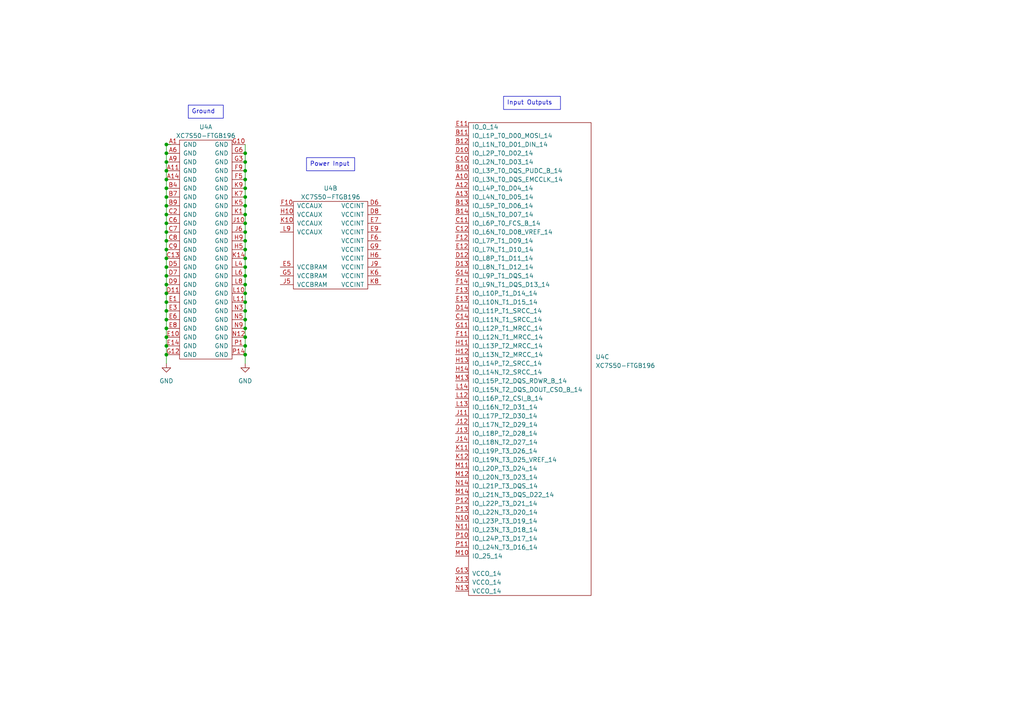
<source format=kicad_sch>
(kicad_sch (version 20230121) (generator eeschema)

  (uuid f8936d02-b1f7-497a-a73c-054fed872e1b)

  (paper "A4")

  (title_block
    (title "FPGA")
  )

  (lib_symbols
    (symbol "FPGA_project_parts:XC7S50-FTGB196" (pin_names (offset 1.016)) (in_bom yes) (on_board yes)
      (property "Reference" "U" (at -1.27 69.85 0)
        (effects (font (size 1.27 1.27)))
      )
      (property "Value" "XC7S50-FTGB196" (at 0 -69.85 0)
        (effects (font (size 1.27 1.27)))
      )
      (property "Footprint" "Package_BGA:Xilinx_FTGB196" (at -6.35 0 0)
        (effects (font (size 1.27 1.27)) hide)
      )
      (property "Datasheet" "" (at -6.35 0 0)
        (effects (font (size 1.27 1.27)) hide)
      )
      (property "ki_locked" "" (at 0 0 0)
        (effects (font (size 1.27 1.27)))
      )
      (symbol "XC7S50-FTGB196_1_1"
        (rectangle (start -7.62 31.75) (end 7.62 -31.75)
          (stroke (width 0) (type solid))
          (fill (type none))
        )
        (pin power_in line (at -11.43 30.48 0) (length 3.81)
          (name "GND" (effects (font (size 1.27 1.27))))
          (number "A1" (effects (font (size 1.27 1.27))))
        )
        (pin power_in line (at -11.43 22.86 0) (length 3.81)
          (name "GND" (effects (font (size 1.27 1.27))))
          (number "A11" (effects (font (size 1.27 1.27))))
        )
        (pin power_in line (at -11.43 20.32 0) (length 3.81)
          (name "GND" (effects (font (size 1.27 1.27))))
          (number "A14" (effects (font (size 1.27 1.27))))
        )
        (pin power_in line (at -11.43 27.94 0) (length 3.81)
          (name "GND" (effects (font (size 1.27 1.27))))
          (number "A6" (effects (font (size 1.27 1.27))))
        )
        (pin power_in line (at -11.43 25.4 0) (length 3.81)
          (name "GND" (effects (font (size 1.27 1.27))))
          (number "A9" (effects (font (size 1.27 1.27))))
        )
        (pin power_in line (at -11.43 17.78 0) (length 3.81)
          (name "GND" (effects (font (size 1.27 1.27))))
          (number "B4" (effects (font (size 1.27 1.27))))
        )
        (pin power_in line (at -11.43 15.24 0) (length 3.81)
          (name "GND" (effects (font (size 1.27 1.27))))
          (number "B7" (effects (font (size 1.27 1.27))))
        )
        (pin power_in line (at -11.43 12.7 0) (length 3.81)
          (name "GND" (effects (font (size 1.27 1.27))))
          (number "B9" (effects (font (size 1.27 1.27))))
        )
        (pin power_in line (at -11.43 -2.54 0) (length 3.81)
          (name "GND" (effects (font (size 1.27 1.27))))
          (number "C13" (effects (font (size 1.27 1.27))))
        )
        (pin power_in line (at -11.43 10.16 0) (length 3.81)
          (name "GND" (effects (font (size 1.27 1.27))))
          (number "C2" (effects (font (size 1.27 1.27))))
        )
        (pin power_in line (at -11.43 7.62 0) (length 3.81)
          (name "GND" (effects (font (size 1.27 1.27))))
          (number "C6" (effects (font (size 1.27 1.27))))
        )
        (pin power_in line (at -11.43 5.08 0) (length 3.81)
          (name "GND" (effects (font (size 1.27 1.27))))
          (number "C7" (effects (font (size 1.27 1.27))))
        )
        (pin power_in line (at -11.43 2.54 0) (length 3.81)
          (name "GND" (effects (font (size 1.27 1.27))))
          (number "C8" (effects (font (size 1.27 1.27))))
        )
        (pin power_in line (at -11.43 0 0) (length 3.81)
          (name "GND" (effects (font (size 1.27 1.27))))
          (number "C9" (effects (font (size 1.27 1.27))))
        )
        (pin power_in line (at -11.43 -12.7 0) (length 3.81)
          (name "GND" (effects (font (size 1.27 1.27))))
          (number "D11" (effects (font (size 1.27 1.27))))
        )
        (pin power_in line (at -11.43 -5.08 0) (length 3.81)
          (name "GND" (effects (font (size 1.27 1.27))))
          (number "D5" (effects (font (size 1.27 1.27))))
        )
        (pin power_in line (at -11.43 -7.62 0) (length 3.81)
          (name "GND" (effects (font (size 1.27 1.27))))
          (number "D7" (effects (font (size 1.27 1.27))))
        )
        (pin power_in line (at -11.43 -10.16 0) (length 3.81)
          (name "GND" (effects (font (size 1.27 1.27))))
          (number "D9" (effects (font (size 1.27 1.27))))
        )
        (pin power_in line (at -11.43 -15.24 0) (length 3.81)
          (name "GND" (effects (font (size 1.27 1.27))))
          (number "E1" (effects (font (size 1.27 1.27))))
        )
        (pin power_in line (at -11.43 -25.4 0) (length 3.81)
          (name "GND" (effects (font (size 1.27 1.27))))
          (number "E10" (effects (font (size 1.27 1.27))))
        )
        (pin power_in line (at -11.43 -27.94 0) (length 3.81)
          (name "GND" (effects (font (size 1.27 1.27))))
          (number "E14" (effects (font (size 1.27 1.27))))
        )
        (pin power_in line (at -11.43 -17.78 0) (length 3.81)
          (name "GND" (effects (font (size 1.27 1.27))))
          (number "E3" (effects (font (size 1.27 1.27))))
        )
        (pin power_in line (at -11.43 -20.32 0) (length 3.81)
          (name "GND" (effects (font (size 1.27 1.27))))
          (number "E6" (effects (font (size 1.27 1.27))))
        )
        (pin power_in line (at -11.43 -22.86 0) (length 3.81)
          (name "GND" (effects (font (size 1.27 1.27))))
          (number "E8" (effects (font (size 1.27 1.27))))
        )
        (pin power_in line (at 11.43 20.32 180) (length 3.81)
          (name "GND" (effects (font (size 1.27 1.27))))
          (number "F5" (effects (font (size 1.27 1.27))))
        )
        (pin power_in line (at 11.43 22.86 180) (length 3.81)
          (name "GND" (effects (font (size 1.27 1.27))))
          (number "F9" (effects (font (size 1.27 1.27))))
        )
        (pin power_in line (at 11.43 30.48 180) (length 3.81)
          (name "GND" (effects (font (size 1.27 1.27))))
          (number "G10" (effects (font (size 1.27 1.27))))
        )
        (pin power_in line (at -11.43 -30.48 0) (length 3.81)
          (name "GND" (effects (font (size 1.27 1.27))))
          (number "G12" (effects (font (size 1.27 1.27))))
        )
        (pin power_in line (at 11.43 25.4 180) (length 3.81)
          (name "GND" (effects (font (size 1.27 1.27))))
          (number "G3" (effects (font (size 1.27 1.27))))
        )
        (pin power_in line (at 11.43 27.94 180) (length 3.81)
          (name "GND" (effects (font (size 1.27 1.27))))
          (number "G6" (effects (font (size 1.27 1.27))))
        )
        (pin power_in line (at 11.43 0 180) (length 3.81)
          (name "GND" (effects (font (size 1.27 1.27))))
          (number "H5" (effects (font (size 1.27 1.27))))
        )
        (pin power_in line (at 11.43 2.54 180) (length 3.81)
          (name "GND" (effects (font (size 1.27 1.27))))
          (number "H9" (effects (font (size 1.27 1.27))))
        )
        (pin power_in line (at 11.43 7.62 180) (length 3.81)
          (name "GND" (effects (font (size 1.27 1.27))))
          (number "J10" (effects (font (size 1.27 1.27))))
        )
        (pin power_in line (at 11.43 5.08 180) (length 3.81)
          (name "GND" (effects (font (size 1.27 1.27))))
          (number "J6" (effects (font (size 1.27 1.27))))
        )
        (pin power_in line (at 11.43 10.16 180) (length 3.81)
          (name "GND" (effects (font (size 1.27 1.27))))
          (number "K1" (effects (font (size 1.27 1.27))))
        )
        (pin power_in line (at 11.43 -2.54 180) (length 3.81)
          (name "GND" (effects (font (size 1.27 1.27))))
          (number "K14" (effects (font (size 1.27 1.27))))
        )
        (pin power_in line (at 11.43 12.7 180) (length 3.81)
          (name "GND" (effects (font (size 1.27 1.27))))
          (number "K5" (effects (font (size 1.27 1.27))))
        )
        (pin power_in line (at 11.43 15.24 180) (length 3.81)
          (name "GND" (effects (font (size 1.27 1.27))))
          (number "K7" (effects (font (size 1.27 1.27))))
        )
        (pin power_in line (at 11.43 17.78 180) (length 3.81)
          (name "GND" (effects (font (size 1.27 1.27))))
          (number "K9" (effects (font (size 1.27 1.27))))
        )
        (pin power_in line (at 11.43 -12.7 180) (length 3.81)
          (name "GND" (effects (font (size 1.27 1.27))))
          (number "L10" (effects (font (size 1.27 1.27))))
        )
        (pin power_in line (at 11.43 -15.24 180) (length 3.81)
          (name "GND" (effects (font (size 1.27 1.27))))
          (number "L11" (effects (font (size 1.27 1.27))))
        )
        (pin power_in line (at 11.43 -5.08 180) (length 3.81)
          (name "GND" (effects (font (size 1.27 1.27))))
          (number "L4" (effects (font (size 1.27 1.27))))
        )
        (pin power_in line (at 11.43 -7.62 180) (length 3.81)
          (name "GND" (effects (font (size 1.27 1.27))))
          (number "L6" (effects (font (size 1.27 1.27))))
        )
        (pin power_in line (at 11.43 -10.16 180) (length 3.81)
          (name "GND" (effects (font (size 1.27 1.27))))
          (number "L8" (effects (font (size 1.27 1.27))))
        )
        (pin power_in line (at 11.43 -25.4 180) (length 3.81)
          (name "GND" (effects (font (size 1.27 1.27))))
          (number "N12" (effects (font (size 1.27 1.27))))
        )
        (pin power_in line (at 11.43 -17.78 180) (length 3.81)
          (name "GND" (effects (font (size 1.27 1.27))))
          (number "N3" (effects (font (size 1.27 1.27))))
        )
        (pin power_in line (at 11.43 -20.32 180) (length 3.81)
          (name "GND" (effects (font (size 1.27 1.27))))
          (number "N5" (effects (font (size 1.27 1.27))))
        )
        (pin power_in line (at 11.43 -22.86 180) (length 3.81)
          (name "GND" (effects (font (size 1.27 1.27))))
          (number "N9" (effects (font (size 1.27 1.27))))
        )
        (pin power_in line (at 11.43 -27.94 180) (length 3.81)
          (name "GND" (effects (font (size 1.27 1.27))))
          (number "P1" (effects (font (size 1.27 1.27))))
        )
        (pin power_in line (at 11.43 -30.48 180) (length 3.81)
          (name "GND" (effects (font (size 1.27 1.27))))
          (number "P14" (effects (font (size 1.27 1.27))))
        )
      )
      (symbol "XC7S50-FTGB196_2_1"
        (rectangle (start 10.16 12.7) (end -11.43 -12.7)
          (stroke (width 0) (type solid))
          (fill (type none))
        )
        (pin power_in line (at 13.97 11.43 180) (length 3.81)
          (name "VCCINT" (effects (font (size 1.27 1.27))))
          (number "D6" (effects (font (size 1.27 1.27))))
        )
        (pin power_in line (at 13.97 8.89 180) (length 3.81)
          (name "VCCINT" (effects (font (size 1.27 1.27))))
          (number "D8" (effects (font (size 1.27 1.27))))
        )
        (pin power_in line (at -15.24 -6.35 0) (length 3.81)
          (name "VCCBRAM" (effects (font (size 1.27 1.27))))
          (number "E5" (effects (font (size 1.27 1.27))))
        )
        (pin power_in line (at 13.97 6.35 180) (length 3.81)
          (name "VCCINT" (effects (font (size 1.27 1.27))))
          (number "E7" (effects (font (size 1.27 1.27))))
        )
        (pin power_in line (at 13.97 3.81 180) (length 3.81)
          (name "VCCINT" (effects (font (size 1.27 1.27))))
          (number "E9" (effects (font (size 1.27 1.27))))
        )
        (pin power_in line (at -15.24 11.43 0) (length 3.81)
          (name "VCCAUX" (effects (font (size 1.27 1.27))))
          (number "F10" (effects (font (size 1.27 1.27))))
        )
        (pin power_in line (at 13.97 1.27 180) (length 3.81)
          (name "VCCINT" (effects (font (size 1.27 1.27))))
          (number "F6" (effects (font (size 1.27 1.27))))
        )
        (pin power_in line (at -15.24 -8.89 0) (length 3.81)
          (name "VCCBRAM" (effects (font (size 1.27 1.27))))
          (number "G5" (effects (font (size 1.27 1.27))))
        )
        (pin power_in line (at 13.97 -1.27 180) (length 3.81)
          (name "VCCINT" (effects (font (size 1.27 1.27))))
          (number "G9" (effects (font (size 1.27 1.27))))
        )
        (pin power_in line (at -15.24 8.89 0) (length 3.81)
          (name "VCCAUX" (effects (font (size 1.27 1.27))))
          (number "H10" (effects (font (size 1.27 1.27))))
        )
        (pin power_in line (at 13.97 -3.81 180) (length 3.81)
          (name "VCCINT" (effects (font (size 1.27 1.27))))
          (number "H6" (effects (font (size 1.27 1.27))))
        )
        (pin power_in line (at -15.24 -11.43 0) (length 3.81)
          (name "VCCBRAM" (effects (font (size 1.27 1.27))))
          (number "J5" (effects (font (size 1.27 1.27))))
        )
        (pin power_in line (at 13.97 -6.35 180) (length 3.81)
          (name "VCCINT" (effects (font (size 1.27 1.27))))
          (number "J9" (effects (font (size 1.27 1.27))))
        )
        (pin power_in line (at -15.24 6.35 0) (length 3.81)
          (name "VCCAUX" (effects (font (size 1.27 1.27))))
          (number "K10" (effects (font (size 1.27 1.27))))
        )
        (pin power_in line (at 13.97 -8.89 180) (length 3.81)
          (name "VCCINT" (effects (font (size 1.27 1.27))))
          (number "K6" (effects (font (size 1.27 1.27))))
        )
        (pin power_in line (at 13.97 -11.43 180) (length 3.81)
          (name "VCCINT" (effects (font (size 1.27 1.27))))
          (number "K8" (effects (font (size 1.27 1.27))))
        )
        (pin power_in line (at -15.24 3.81 0) (length 3.81)
          (name "VCCAUX" (effects (font (size 1.27 1.27))))
          (number "L9" (effects (font (size 1.27 1.27))))
        )
      )
      (symbol "XC7S50-FTGB196_3_1"
        (rectangle (start -17.78 68.58) (end 17.78 -68.58)
          (stroke (width 0) (type solid))
          (fill (type none))
        )
        (pin bidirectional line (at -21.59 52.07 0) (length 3.81)
          (name "IO_L3N_T0_DQS_EMCCLK_14" (effects (font (size 1.27 1.27))))
          (number "A10" (effects (font (size 1.27 1.27))))
        )
        (pin bidirectional line (at -21.59 49.53 0) (length 3.81)
          (name "IO_L4P_T0_D04_14" (effects (font (size 1.27 1.27))))
          (number "A12" (effects (font (size 1.27 1.27))))
        )
        (pin bidirectional line (at -21.59 46.99 0) (length 3.81)
          (name "IO_L4N_T0_D05_14" (effects (font (size 1.27 1.27))))
          (number "A13" (effects (font (size 1.27 1.27))))
        )
        (pin bidirectional line (at -21.59 54.61 0) (length 3.81)
          (name "IO_L3P_T0_DQS_PUDC_B_14" (effects (font (size 1.27 1.27))))
          (number "B10" (effects (font (size 1.27 1.27))))
        )
        (pin bidirectional line (at -21.59 64.77 0) (length 3.81)
          (name "IO_L1P_T0_D00_MOSI_14" (effects (font (size 1.27 1.27))))
          (number "B11" (effects (font (size 1.27 1.27))))
        )
        (pin bidirectional line (at -21.59 62.23 0) (length 3.81)
          (name "IO_L1N_T0_D01_DIN_14" (effects (font (size 1.27 1.27))))
          (number "B12" (effects (font (size 1.27 1.27))))
        )
        (pin bidirectional line (at -21.59 44.45 0) (length 3.81)
          (name "IO_L5P_T0_D06_14" (effects (font (size 1.27 1.27))))
          (number "B13" (effects (font (size 1.27 1.27))))
        )
        (pin bidirectional line (at -21.59 41.91 0) (length 3.81)
          (name "IO_L5N_T0_D07_14" (effects (font (size 1.27 1.27))))
          (number "B14" (effects (font (size 1.27 1.27))))
        )
        (pin bidirectional line (at -21.59 57.15 0) (length 3.81)
          (name "IO_L2N_T0_D03_14" (effects (font (size 1.27 1.27))))
          (number "C10" (effects (font (size 1.27 1.27))))
        )
        (pin bidirectional line (at -21.59 39.37 0) (length 3.81)
          (name "IO_L6P_T0_FCS_B_14" (effects (font (size 1.27 1.27))))
          (number "C11" (effects (font (size 1.27 1.27))))
        )
        (pin bidirectional line (at -21.59 36.83 0) (length 3.81)
          (name "IO_L6N_T0_D08_VREF_14" (effects (font (size 1.27 1.27))))
          (number "C12" (effects (font (size 1.27 1.27))))
        )
        (pin bidirectional line (at -21.59 11.43 0) (length 3.81)
          (name "IO_L11N_T1_SRCC_14" (effects (font (size 1.27 1.27))))
          (number "C14" (effects (font (size 1.27 1.27))))
        )
        (pin bidirectional line (at -21.59 59.69 0) (length 3.81)
          (name "IO_L2P_T0_D02_14" (effects (font (size 1.27 1.27))))
          (number "D10" (effects (font (size 1.27 1.27))))
        )
        (pin bidirectional line (at -21.59 29.21 0) (length 3.81)
          (name "IO_L8P_T1_D11_14" (effects (font (size 1.27 1.27))))
          (number "D12" (effects (font (size 1.27 1.27))))
        )
        (pin bidirectional line (at -21.59 26.67 0) (length 3.81)
          (name "IO_L8N_T1_D12_14" (effects (font (size 1.27 1.27))))
          (number "D13" (effects (font (size 1.27 1.27))))
        )
        (pin bidirectional line (at -21.59 13.97 0) (length 3.81)
          (name "IO_L11P_T1_SRCC_14" (effects (font (size 1.27 1.27))))
          (number "D14" (effects (font (size 1.27 1.27))))
        )
        (pin bidirectional line (at -21.59 67.31 0) (length 3.81)
          (name "IO_0_14" (effects (font (size 1.27 1.27))))
          (number "E11" (effects (font (size 1.27 1.27))))
        )
        (pin bidirectional line (at -21.59 31.75 0) (length 3.81)
          (name "IO_L7N_T1_D10_14" (effects (font (size 1.27 1.27))))
          (number "E12" (effects (font (size 1.27 1.27))))
        )
        (pin bidirectional line (at -21.59 16.51 0) (length 3.81)
          (name "IO_L10N_T1_D15_14" (effects (font (size 1.27 1.27))))
          (number "E13" (effects (font (size 1.27 1.27))))
        )
        (pin bidirectional line (at -21.59 6.35 0) (length 3.81)
          (name "IO_L12N_T1_MRCC_14" (effects (font (size 1.27 1.27))))
          (number "F11" (effects (font (size 1.27 1.27))))
        )
        (pin bidirectional line (at -21.59 34.29 0) (length 3.81)
          (name "IO_L7P_T1_D09_14" (effects (font (size 1.27 1.27))))
          (number "F12" (effects (font (size 1.27 1.27))))
        )
        (pin bidirectional line (at -21.59 19.05 0) (length 3.81)
          (name "IO_L10P_T1_D14_14" (effects (font (size 1.27 1.27))))
          (number "F13" (effects (font (size 1.27 1.27))))
        )
        (pin bidirectional line (at -21.59 21.59 0) (length 3.81)
          (name "IO_L9N_T1_DQS_D13_14" (effects (font (size 1.27 1.27))))
          (number "F14" (effects (font (size 1.27 1.27))))
        )
        (pin bidirectional line (at -21.59 8.89 0) (length 3.81)
          (name "IO_L12P_T1_MRCC_14" (effects (font (size 1.27 1.27))))
          (number "G11" (effects (font (size 1.27 1.27))))
        )
        (pin power_in line (at -21.59 -62.23 0) (length 3.81)
          (name "VCCO_14" (effects (font (size 1.27 1.27))))
          (number "G13" (effects (font (size 1.27 1.27))))
        )
        (pin bidirectional line (at -21.59 24.13 0) (length 3.81)
          (name "IO_L9P_T1_DQS_14" (effects (font (size 1.27 1.27))))
          (number "G14" (effects (font (size 1.27 1.27))))
        )
        (pin bidirectional line (at -21.59 3.81 0) (length 3.81)
          (name "IO_L13P_T2_MRCC_14" (effects (font (size 1.27 1.27))))
          (number "H11" (effects (font (size 1.27 1.27))))
        )
        (pin bidirectional line (at -21.59 1.27 0) (length 3.81)
          (name "IO_L13N_T2_MRCC_14" (effects (font (size 1.27 1.27))))
          (number "H12" (effects (font (size 1.27 1.27))))
        )
        (pin bidirectional line (at -21.59 -1.27 0) (length 3.81)
          (name "IO_L14P_T2_SRCC_14" (effects (font (size 1.27 1.27))))
          (number "H13" (effects (font (size 1.27 1.27))))
        )
        (pin bidirectional line (at -21.59 -3.81 0) (length 3.81)
          (name "IO_L14N_T2_SRCC_14" (effects (font (size 1.27 1.27))))
          (number "H14" (effects (font (size 1.27 1.27))))
        )
        (pin bidirectional line (at -21.59 -16.51 0) (length 3.81)
          (name "IO_L17P_T2_D30_14" (effects (font (size 1.27 1.27))))
          (number "J11" (effects (font (size 1.27 1.27))))
        )
        (pin bidirectional line (at -21.59 -19.05 0) (length 3.81)
          (name "IO_L17N_T2_D29_14" (effects (font (size 1.27 1.27))))
          (number "J12" (effects (font (size 1.27 1.27))))
        )
        (pin bidirectional line (at -21.59 -21.59 0) (length 3.81)
          (name "IO_L18P_T2_D28_14" (effects (font (size 1.27 1.27))))
          (number "J13" (effects (font (size 1.27 1.27))))
        )
        (pin bidirectional line (at -21.59 -24.13 0) (length 3.81)
          (name "IO_L18N_T2_D27_14" (effects (font (size 1.27 1.27))))
          (number "J14" (effects (font (size 1.27 1.27))))
        )
        (pin bidirectional line (at -21.59 -26.67 0) (length 3.81)
          (name "IO_L19P_T3_D26_14" (effects (font (size 1.27 1.27))))
          (number "K11" (effects (font (size 1.27 1.27))))
        )
        (pin bidirectional line (at -21.59 -29.21 0) (length 3.81)
          (name "IO_L19N_T3_D25_VREF_14" (effects (font (size 1.27 1.27))))
          (number "K12" (effects (font (size 1.27 1.27))))
        )
        (pin power_in line (at -21.59 -64.77 0) (length 3.81)
          (name "VCCO_14" (effects (font (size 1.27 1.27))))
          (number "K13" (effects (font (size 1.27 1.27))))
        )
        (pin bidirectional line (at -21.59 -11.43 0) (length 3.81)
          (name "IO_L16P_T2_CSI_B_14" (effects (font (size 1.27 1.27))))
          (number "L12" (effects (font (size 1.27 1.27))))
        )
        (pin bidirectional line (at -21.59 -13.97 0) (length 3.81)
          (name "IO_L16N_T2_D31_14" (effects (font (size 1.27 1.27))))
          (number "L13" (effects (font (size 1.27 1.27))))
        )
        (pin bidirectional line (at -21.59 -8.89 0) (length 3.81)
          (name "IO_L15N_T2_DQS_DOUT_CSO_B_14" (effects (font (size 1.27 1.27))))
          (number "L14" (effects (font (size 1.27 1.27))))
        )
        (pin bidirectional line (at -21.59 -57.15 0) (length 3.81)
          (name "IO_25_14" (effects (font (size 1.27 1.27))))
          (number "M10" (effects (font (size 1.27 1.27))))
        )
        (pin bidirectional line (at -21.59 -31.75 0) (length 3.81)
          (name "IO_L20P_T3_D24_14" (effects (font (size 1.27 1.27))))
          (number "M11" (effects (font (size 1.27 1.27))))
        )
        (pin bidirectional line (at -21.59 -34.29 0) (length 3.81)
          (name "IO_L20N_T3_D23_14" (effects (font (size 1.27 1.27))))
          (number "M12" (effects (font (size 1.27 1.27))))
        )
        (pin bidirectional line (at -21.59 -6.35 0) (length 3.81)
          (name "IO_L15P_T2_DQS_RDWR_B_14" (effects (font (size 1.27 1.27))))
          (number "M13" (effects (font (size 1.27 1.27))))
        )
        (pin bidirectional line (at -21.59 -39.37 0) (length 3.81)
          (name "IO_L21N_T3_DQS_D22_14" (effects (font (size 1.27 1.27))))
          (number "M14" (effects (font (size 1.27 1.27))))
        )
        (pin bidirectional line (at -21.59 -46.99 0) (length 3.81)
          (name "IO_L23P_T3_D19_14" (effects (font (size 1.27 1.27))))
          (number "N10" (effects (font (size 1.27 1.27))))
        )
        (pin bidirectional line (at -21.59 -49.53 0) (length 3.81)
          (name "IO_L23N_T3_D18_14" (effects (font (size 1.27 1.27))))
          (number "N11" (effects (font (size 1.27 1.27))))
        )
        (pin power_in line (at -21.59 -67.31 0) (length 3.81)
          (name "VCCO_14" (effects (font (size 1.27 1.27))))
          (number "N13" (effects (font (size 1.27 1.27))))
        )
        (pin bidirectional line (at -21.59 -36.83 0) (length 3.81)
          (name "IO_L21P_T3_DQS_14" (effects (font (size 1.27 1.27))))
          (number "N14" (effects (font (size 1.27 1.27))))
        )
        (pin bidirectional line (at -21.59 -52.07 0) (length 3.81)
          (name "IO_L24P_T3_D17_14" (effects (font (size 1.27 1.27))))
          (number "P10" (effects (font (size 1.27 1.27))))
        )
        (pin bidirectional line (at -21.59 -54.61 0) (length 3.81)
          (name "IO_L24N_T3_D16_14" (effects (font (size 1.27 1.27))))
          (number "P11" (effects (font (size 1.27 1.27))))
        )
        (pin bidirectional line (at -21.59 -41.91 0) (length 3.81)
          (name "IO_L22P_T3_D21_14" (effects (font (size 1.27 1.27))))
          (number "P12" (effects (font (size 1.27 1.27))))
        )
        (pin bidirectional line (at -21.59 -44.45 0) (length 3.81)
          (name "IO_L22N_T3_D20_14" (effects (font (size 1.27 1.27))))
          (number "P13" (effects (font (size 1.27 1.27))))
        )
      )
      (symbol "XC7S50-FTGB196_4_1"
        (rectangle (start -17.78 68.58) (end 17.78 -68.58)
          (stroke (width 0) (type solid))
          (fill (type none))
        )
        (pin bidirectional line (at -21.59 52.07 0) (length 3.81)
          (name "IO_L3N_T0_DQS_34" (effects (font (size 1.27 1.27))))
          (number "A2" (effects (font (size 1.27 1.27))))
        )
        (pin bidirectional line (at -21.59 57.15 0) (length 3.81)
          (name "IO_L2N_T0_34" (effects (font (size 1.27 1.27))))
          (number "A3" (effects (font (size 1.27 1.27))))
        )
        (pin bidirectional line (at -21.59 59.69 0) (length 3.81)
          (name "IO_L2P_T0_34" (effects (font (size 1.27 1.27))))
          (number "A4" (effects (font (size 1.27 1.27))))
        )
        (pin bidirectional line (at -21.59 46.99 0) (length 3.81)
          (name "IO_L4N_T0_34" (effects (font (size 1.27 1.27))))
          (number "A5" (effects (font (size 1.27 1.27))))
        )
        (pin bidirectional line (at -21.59 41.91 0) (length 3.81)
          (name "IO_L5N_T0_34" (effects (font (size 1.27 1.27))))
          (number "B1" (effects (font (size 1.27 1.27))))
        )
        (pin bidirectional line (at -21.59 44.45 0) (length 3.81)
          (name "IO_L5P_T0_34" (effects (font (size 1.27 1.27))))
          (number "B2" (effects (font (size 1.27 1.27))))
        )
        (pin bidirectional line (at -21.59 54.61 0) (length 3.81)
          (name "IO_L3P_T0_DQS_34" (effects (font (size 1.27 1.27))))
          (number "B3" (effects (font (size 1.27 1.27))))
        )
        (pin bidirectional line (at -21.59 49.53 0) (length 3.81)
          (name "IO_L4P_T0_34" (effects (font (size 1.27 1.27))))
          (number "B5" (effects (font (size 1.27 1.27))))
        )
        (pin bidirectional line (at -21.59 67.31 0) (length 3.81)
          (name "IO_0_34" (effects (font (size 1.27 1.27))))
          (number "B6" (effects (font (size 1.27 1.27))))
        )
        (pin bidirectional line (at -21.59 11.43 0) (length 3.81)
          (name "IO_L11N_T1_SRCC_34" (effects (font (size 1.27 1.27))))
          (number "C1" (effects (font (size 1.27 1.27))))
        )
        (pin bidirectional line (at -21.59 62.23 0) (length 3.81)
          (name "IO_L1N_T0_34" (effects (font (size 1.27 1.27))))
          (number "C3" (effects (font (size 1.27 1.27))))
        )
        (pin bidirectional line (at -21.59 36.83 0) (length 3.81)
          (name "IO_L6N_T0_VREF_34" (effects (font (size 1.27 1.27))))
          (number "C4" (effects (font (size 1.27 1.27))))
        )
        (pin bidirectional line (at -21.59 39.37 0) (length 3.81)
          (name "IO_L6P_T0_34" (effects (font (size 1.27 1.27))))
          (number "C5" (effects (font (size 1.27 1.27))))
        )
        (pin bidirectional line (at -21.59 13.97 0) (length 3.81)
          (name "IO_L11P_T1_SRCC_34" (effects (font (size 1.27 1.27))))
          (number "D1" (effects (font (size 1.27 1.27))))
        )
        (pin bidirectional line (at -21.59 16.51 0) (length 3.81)
          (name "IO_L10N_T1_34" (effects (font (size 1.27 1.27))))
          (number "D2" (effects (font (size 1.27 1.27))))
        )
        (pin bidirectional line (at -21.59 64.77 0) (length 3.81)
          (name "IO_L1P_T0_34" (effects (font (size 1.27 1.27))))
          (number "D3" (effects (font (size 1.27 1.27))))
        )
        (pin bidirectional line (at -21.59 31.75 0) (length 3.81)
          (name "IO_L7N_T1_34" (effects (font (size 1.27 1.27))))
          (number "D4" (effects (font (size 1.27 1.27))))
        )
        (pin bidirectional line (at -21.59 19.05 0) (length 3.81)
          (name "IO_L10P_T1_34" (effects (font (size 1.27 1.27))))
          (number "E2" (effects (font (size 1.27 1.27))))
        )
        (pin bidirectional line (at -21.59 34.29 0) (length 3.81)
          (name "IO_L7P_T1_34" (effects (font (size 1.27 1.27))))
          (number "E4" (effects (font (size 1.27 1.27))))
        )
        (pin bidirectional line (at -21.59 21.59 0) (length 3.81)
          (name "IO_L9N_T1_DQS_34" (effects (font (size 1.27 1.27))))
          (number "F1" (effects (font (size 1.27 1.27))))
        )
        (pin bidirectional line (at -21.59 26.67 0) (length 3.81)
          (name "IO_L8N_T1_34" (effects (font (size 1.27 1.27))))
          (number "F2" (effects (font (size 1.27 1.27))))
        )
        (pin bidirectional line (at -21.59 29.21 0) (length 3.81)
          (name "IO_L8P_T1_34" (effects (font (size 1.27 1.27))))
          (number "F3" (effects (font (size 1.27 1.27))))
        )
        (pin bidirectional line (at -21.59 6.35 0) (length 3.81)
          (name "IO_L12N_T1_MRCC_34" (effects (font (size 1.27 1.27))))
          (number "F4" (effects (font (size 1.27 1.27))))
        )
        (pin bidirectional line (at -21.59 24.13 0) (length 3.81)
          (name "IO_L9P_T1_DQS_34" (effects (font (size 1.27 1.27))))
          (number "G1" (effects (font (size 1.27 1.27))))
        )
        (pin power_in line (at -21.59 -62.23 0) (length 3.81)
          (name "VCCO_34" (effects (font (size 1.27 1.27))))
          (number "G2" (effects (font (size 1.27 1.27))))
        )
        (pin bidirectional line (at -21.59 8.89 0) (length 3.81)
          (name "IO_L12P_T1_MRCC_34" (effects (font (size 1.27 1.27))))
          (number "G4" (effects (font (size 1.27 1.27))))
        )
        (pin bidirectional line (at -21.59 -3.81 0) (length 3.81)
          (name "IO_L14N_T2_SRCC_34" (effects (font (size 1.27 1.27))))
          (number "H1" (effects (font (size 1.27 1.27))))
        )
        (pin bidirectional line (at -21.59 -1.27 0) (length 3.81)
          (name "IO_L14P_T2_SRCC_34" (effects (font (size 1.27 1.27))))
          (number "H2" (effects (font (size 1.27 1.27))))
        )
        (pin bidirectional line (at -21.59 1.27 0) (length 3.81)
          (name "IO_L13N_T2_MRCC_34" (effects (font (size 1.27 1.27))))
          (number "H3" (effects (font (size 1.27 1.27))))
        )
        (pin bidirectional line (at -21.59 3.81 0) (length 3.81)
          (name "IO_L13P_T2_MRCC_34" (effects (font (size 1.27 1.27))))
          (number "H4" (effects (font (size 1.27 1.27))))
        )
        (pin bidirectional line (at -21.59 -8.89 0) (length 3.81)
          (name "IO_L15N_T2_DQS_34" (effects (font (size 1.27 1.27))))
          (number "J1" (effects (font (size 1.27 1.27))))
        )
        (pin bidirectional line (at -21.59 -6.35 0) (length 3.81)
          (name "IO_L15P_T2_DQS_34" (effects (font (size 1.27 1.27))))
          (number "J2" (effects (font (size 1.27 1.27))))
        )
        (pin bidirectional line (at -21.59 -19.05 0) (length 3.81)
          (name "IO_L17N_T2_34" (effects (font (size 1.27 1.27))))
          (number "J3" (effects (font (size 1.27 1.27))))
        )
        (pin bidirectional line (at -21.59 -16.51 0) (length 3.81)
          (name "IO_L17P_T2_34" (effects (font (size 1.27 1.27))))
          (number "J4" (effects (font (size 1.27 1.27))))
        )
        (pin power_in line (at -21.59 -64.77 0) (length 3.81)
          (name "VCCO_34" (effects (font (size 1.27 1.27))))
          (number "K2" (effects (font (size 1.27 1.27))))
        )
        (pin bidirectional line (at -21.59 -13.97 0) (length 3.81)
          (name "IO_L16N_T2_34" (effects (font (size 1.27 1.27))))
          (number "K3" (effects (font (size 1.27 1.27))))
        )
        (pin bidirectional line (at -21.59 -11.43 0) (length 3.81)
          (name "IO_L16P_T2_34" (effects (font (size 1.27 1.27))))
          (number "K4" (effects (font (size 1.27 1.27))))
        )
        (pin bidirectional line (at -21.59 -24.13 0) (length 3.81)
          (name "IO_L18N_T2_34" (effects (font (size 1.27 1.27))))
          (number "L1" (effects (font (size 1.27 1.27))))
        )
        (pin bidirectional line (at -21.59 -44.45 0) (length 3.81)
          (name "IO_L22N_T3_34" (effects (font (size 1.27 1.27))))
          (number "L2" (effects (font (size 1.27 1.27))))
        )
        (pin bidirectional line (at -21.59 -41.91 0) (length 3.81)
          (name "IO_L22P_T3_34" (effects (font (size 1.27 1.27))))
          (number "L3" (effects (font (size 1.27 1.27))))
        )
        (pin bidirectional line (at -21.59 -57.15 0) (length 3.81)
          (name "IO_25_34" (effects (font (size 1.27 1.27))))
          (number "L5" (effects (font (size 1.27 1.27))))
        )
        (pin bidirectional line (at -21.59 -21.59 0) (length 3.81)
          (name "IO_L18P_T2_34" (effects (font (size 1.27 1.27))))
          (number "M1" (effects (font (size 1.27 1.27))))
        )
        (pin bidirectional line (at -21.59 -29.21 0) (length 3.81)
          (name "IO_L19N_T3_VREF_34" (effects (font (size 1.27 1.27))))
          (number "M2" (effects (font (size 1.27 1.27))))
        )
        (pin bidirectional line (at -21.59 -26.67 0) (length 3.81)
          (name "IO_L19P_T3_34" (effects (font (size 1.27 1.27))))
          (number "M3" (effects (font (size 1.27 1.27))))
        )
        (pin bidirectional line (at -21.59 -49.53 0) (length 3.81)
          (name "IO_L23N_T3_34" (effects (font (size 1.27 1.27))))
          (number "M4" (effects (font (size 1.27 1.27))))
        )
        (pin bidirectional line (at -21.59 -46.99 0) (length 3.81)
          (name "IO_L23P_T3_34" (effects (font (size 1.27 1.27))))
          (number "M5" (effects (font (size 1.27 1.27))))
        )
        (pin bidirectional line (at -21.59 -34.29 0) (length 3.81)
          (name "IO_L20N_T3_34" (effects (font (size 1.27 1.27))))
          (number "N1" (effects (font (size 1.27 1.27))))
        )
        (pin power_in line (at -21.59 -67.31 0) (length 3.81)
          (name "VCCO_34" (effects (font (size 1.27 1.27))))
          (number "N2" (effects (font (size 1.27 1.27))))
        )
        (pin bidirectional line (at -21.59 -54.61 0) (length 3.81)
          (name "IO_L24N_T3_34" (effects (font (size 1.27 1.27))))
          (number "N4" (effects (font (size 1.27 1.27))))
        )
        (pin bidirectional line (at -21.59 -31.75 0) (length 3.81)
          (name "IO_L20P_T3_34" (effects (font (size 1.27 1.27))))
          (number "P2" (effects (font (size 1.27 1.27))))
        )
        (pin bidirectional line (at -21.59 -39.37 0) (length 3.81)
          (name "IO_L21N_T3_DQS_34" (effects (font (size 1.27 1.27))))
          (number "P3" (effects (font (size 1.27 1.27))))
        )
        (pin bidirectional line (at -21.59 -36.83 0) (length 3.81)
          (name "IO_L21P_T3_DQS_34" (effects (font (size 1.27 1.27))))
          (number "P4" (effects (font (size 1.27 1.27))))
        )
        (pin bidirectional line (at -21.59 -52.07 0) (length 3.81)
          (name "IO_L24P_T3_34" (effects (font (size 1.27 1.27))))
          (number "P5" (effects (font (size 1.27 1.27))))
        )
      )
      (symbol "XC7S50-FTGB196_5_1"
        (rectangle (start -7.62 41.91) (end 7.62 -41.91)
          (stroke (width 0) (type solid))
          (fill (type none))
        )
        (pin input clock (at -11.43 25.4 0) (length 3.81)
          (name "TCK_0" (effects (font (size 1.27 1.27))))
          (number "A7" (effects (font (size 1.27 1.27))))
        )
        (pin output clock (at -11.43 -17.78 0) (length 3.81)
          (name "CCLK_0" (effects (font (size 1.27 1.27))))
          (number "A8" (effects (font (size 1.27 1.27))))
        )
        (pin power_in line (at -11.43 33.02 0) (length 3.81)
          (name "VCCBATT_0" (effects (font (size 1.27 1.27))))
          (number "B8" (effects (font (size 1.27 1.27))))
        )
        (pin power_in line (at -11.43 38.1 0) (length 3.81)
          (name "GNDADC_0" (effects (font (size 1.27 1.27))))
          (number "F7" (effects (font (size 1.27 1.27))))
        )
        (pin power_in line (at -11.43 40.64 0) (length 3.81)
          (name "VCCADC_0" (effects (font (size 1.27 1.27))))
          (number "F8" (effects (font (size 1.27 1.27))))
        )
        (pin input line (at -11.43 12.7 0) (length 3.81)
          (name "VREFN_0" (effects (font (size 1.27 1.27))))
          (number "G7" (effects (font (size 1.27 1.27))))
        )
        (pin input line (at -11.43 7.62 0) (length 3.81)
          (name "VP_0" (effects (font (size 1.27 1.27))))
          (number "G8" (effects (font (size 1.27 1.27))))
        )
        (pin input line (at -11.43 5.08 0) (length 3.81)
          (name "VN_0" (effects (font (size 1.27 1.27))))
          (number "H7" (effects (font (size 1.27 1.27))))
        )
        (pin input line (at -11.43 15.24 0) (length 3.81)
          (name "VREFP_0" (effects (font (size 1.27 1.27))))
          (number "H8" (effects (font (size 1.27 1.27))))
        )
        (pin passive line (at -11.43 -2.54 0) (length 3.81)
          (name "DXN_0" (effects (font (size 1.27 1.27))))
          (number "J7" (effects (font (size 1.27 1.27))))
        )
        (pin passive line (at -11.43 0 0) (length 3.81)
          (name "DXP_0" (effects (font (size 1.27 1.27))))
          (number "J8" (effects (font (size 1.27 1.27))))
        )
        (pin bidirectional line (at -11.43 -33.02 0) (length 3.81)
          (name "PROGRAM_B_0" (effects (font (size 1.27 1.27))))
          (number "L7" (effects (font (size 1.27 1.27))))
        )
        (pin input line (at -11.43 27.94 0) (length 3.81)
          (name "TMS_0" (effects (font (size 1.27 1.27))))
          (number "M6" (effects (font (size 1.27 1.27))))
        )
        (pin input line (at -11.43 -7.62 0) (length 3.81)
          (name "M0_0" (effects (font (size 1.27 1.27))))
          (number "M7" (effects (font (size 1.27 1.27))))
        )
        (pin input line (at -11.43 -10.16 0) (length 3.81)
          (name "M1_0" (effects (font (size 1.27 1.27))))
          (number "M8" (effects (font (size 1.27 1.27))))
        )
        (pin input line (at -11.43 -12.7 0) (length 3.81)
          (name "M2_0" (effects (font (size 1.27 1.27))))
          (number "M9" (effects (font (size 1.27 1.27))))
        )
        (pin power_in line (at -11.43 -38.1 0) (length 3.81)
          (name "VCCO_0" (effects (font (size 1.27 1.27))))
          (number "N6" (effects (font (size 1.27 1.27))))
        )
        (pin passive line (at -11.43 -22.86 0) (length 3.81)
          (name "CFGBVS_0" (effects (font (size 1.27 1.27))))
          (number "N7" (effects (font (size 1.27 1.27))))
        )
        (pin power_in line (at -11.43 -40.64 0) (length 3.81)
          (name "VCCO_0" (effects (font (size 1.27 1.27))))
          (number "N8" (effects (font (size 1.27 1.27))))
        )
        (pin output line (at -11.43 20.32 0) (length 3.81)
          (name "TDO_0" (effects (font (size 1.27 1.27))))
          (number "P6" (effects (font (size 1.27 1.27))))
        )
        (pin input line (at -11.43 22.86 0) (length 3.81)
          (name "TDI_0" (effects (font (size 1.27 1.27))))
          (number "P7" (effects (font (size 1.27 1.27))))
        )
        (pin passive line (at -11.43 -30.48 0) (length 3.81)
          (name "INIT_B_0" (effects (font (size 1.27 1.27))))
          (number "P8" (effects (font (size 1.27 1.27))))
        )
        (pin passive line (at -11.43 -27.94 0) (length 3.81)
          (name "DONE_0" (effects (font (size 1.27 1.27))))
          (number "P9" (effects (font (size 1.27 1.27))))
        )
      )
    )
    (symbol "power:GND" (power) (pin_names (offset 0)) (in_bom yes) (on_board yes)
      (property "Reference" "#PWR" (at 0 -6.35 0)
        (effects (font (size 1.27 1.27)) hide)
      )
      (property "Value" "GND" (at 0 -3.81 0)
        (effects (font (size 1.27 1.27)))
      )
      (property "Footprint" "" (at 0 0 0)
        (effects (font (size 1.27 1.27)) hide)
      )
      (property "Datasheet" "" (at 0 0 0)
        (effects (font (size 1.27 1.27)) hide)
      )
      (property "ki_keywords" "global power" (at 0 0 0)
        (effects (font (size 1.27 1.27)) hide)
      )
      (property "ki_description" "Power symbol creates a global label with name \"GND\" , ground" (at 0 0 0)
        (effects (font (size 1.27 1.27)) hide)
      )
      (symbol "GND_0_1"
        (polyline
          (pts
            (xy 0 0)
            (xy 0 -1.27)
            (xy 1.27 -1.27)
            (xy 0 -2.54)
            (xy -1.27 -1.27)
            (xy 0 -1.27)
          )
          (stroke (width 0) (type default))
          (fill (type none))
        )
      )
      (symbol "GND_1_1"
        (pin power_in line (at 0 0 270) (length 0) hide
          (name "GND" (effects (font (size 1.27 1.27))))
          (number "1" (effects (font (size 1.27 1.27))))
        )
      )
    )
  )

  (junction (at 48.26 49.53) (diameter 0) (color 0 0 0 0)
    (uuid 0aa63110-137f-4aff-868d-2c53e2544bad)
  )
  (junction (at 48.26 87.63) (diameter 0) (color 0 0 0 0)
    (uuid 13975a91-9491-4ab7-9cf7-a6586e5777dd)
  )
  (junction (at 48.26 52.07) (diameter 0) (color 0 0 0 0)
    (uuid 1481f723-ad65-4a97-9f82-345fa52c1d92)
  )
  (junction (at 48.26 67.31) (diameter 0) (color 0 0 0 0)
    (uuid 19a6b635-527b-477a-b022-1ed23880a605)
  )
  (junction (at 71.12 74.93) (diameter 0) (color 0 0 0 0)
    (uuid 1d55b4fc-7a46-4a4a-8a23-b24e545e2525)
  )
  (junction (at 71.12 49.53) (diameter 0) (color 0 0 0 0)
    (uuid 1f4e5186-457b-49ff-bad1-c2bcea03a74f)
  )
  (junction (at 71.12 95.25) (diameter 0) (color 0 0 0 0)
    (uuid 20ed1586-6d73-4184-882c-7c4196fc4833)
  )
  (junction (at 71.12 90.17) (diameter 0) (color 0 0 0 0)
    (uuid 28d1ddd0-12bd-4d22-9573-da6104da6728)
  )
  (junction (at 71.12 62.23) (diameter 0) (color 0 0 0 0)
    (uuid 348905d5-a17b-46c2-a188-af1d38f803de)
  )
  (junction (at 48.26 59.69) (diameter 0) (color 0 0 0 0)
    (uuid 37bae520-7c83-40e9-a45d-36616eef66ed)
  )
  (junction (at 48.26 64.77) (diameter 0) (color 0 0 0 0)
    (uuid 39eb6ad5-f208-4b35-bf31-3b781b881bfe)
  )
  (junction (at 48.26 90.17) (diameter 0) (color 0 0 0 0)
    (uuid 3f0eca6f-7bb6-4994-9fe5-5665fa3100af)
  )
  (junction (at 48.26 62.23) (diameter 0) (color 0 0 0 0)
    (uuid 4c2727f3-353b-4bbc-9716-4a1a0879389e)
  )
  (junction (at 48.26 92.71) (diameter 0) (color 0 0 0 0)
    (uuid 4c348863-4216-4da6-b987-62998a52aea9)
  )
  (junction (at 71.12 72.39) (diameter 0) (color 0 0 0 0)
    (uuid 4fc010d0-0ac2-4b00-ba6e-e1486d491c26)
  )
  (junction (at 48.26 85.09) (diameter 0) (color 0 0 0 0)
    (uuid 523764e1-1eb4-44c4-ad8a-d7418cad8592)
  )
  (junction (at 71.12 97.79) (diameter 0) (color 0 0 0 0)
    (uuid 57cbdb4e-a43c-4c3e-9e05-783b75638ca9)
  )
  (junction (at 71.12 57.15) (diameter 0) (color 0 0 0 0)
    (uuid 594f13df-a1a0-4e0f-b6e3-00b2a8b495a2)
  )
  (junction (at 48.26 100.33) (diameter 0) (color 0 0 0 0)
    (uuid 5b5753f9-290e-4104-a53c-8372cb0fa02e)
  )
  (junction (at 48.26 57.15) (diameter 0) (color 0 0 0 0)
    (uuid 5bd3c08d-8a15-4e37-a6ed-56c48bf2f628)
  )
  (junction (at 71.12 92.71) (diameter 0) (color 0 0 0 0)
    (uuid 601e064a-e89d-4dd9-add2-c969cb1a3f89)
  )
  (junction (at 71.12 87.63) (diameter 0) (color 0 0 0 0)
    (uuid 6286377e-21f8-4874-90f6-a2a413705967)
  )
  (junction (at 71.12 85.09) (diameter 0) (color 0 0 0 0)
    (uuid 642841c5-b7fc-45a8-8a13-2f2ac8430d68)
  )
  (junction (at 71.12 46.99) (diameter 0) (color 0 0 0 0)
    (uuid 648eeb11-3703-4771-b56d-fd59c23a18af)
  )
  (junction (at 48.26 44.45) (diameter 0) (color 0 0 0 0)
    (uuid 72b06e1c-dfa0-4244-bd1e-f3fe2bf78820)
  )
  (junction (at 71.12 69.85) (diameter 0) (color 0 0 0 0)
    (uuid 79961384-8e42-430e-b548-3771e2613188)
  )
  (junction (at 71.12 82.55) (diameter 0) (color 0 0 0 0)
    (uuid 7c2c53c6-3a30-4f03-a9e3-34b7af0badb9)
  )
  (junction (at 71.12 67.31) (diameter 0) (color 0 0 0 0)
    (uuid 7e89ef16-2764-457f-8cd5-f29962e0234b)
  )
  (junction (at 48.26 102.87) (diameter 0) (color 0 0 0 0)
    (uuid 828ca253-a47c-4956-aef8-3f577bd4034e)
  )
  (junction (at 48.26 69.85) (diameter 0) (color 0 0 0 0)
    (uuid 84dbbce0-9566-44b6-9d23-b9645bd31b0f)
  )
  (junction (at 71.12 52.07) (diameter 0) (color 0 0 0 0)
    (uuid 85b42a1b-0537-427f-b946-471d6f70451e)
  )
  (junction (at 71.12 59.69) (diameter 0) (color 0 0 0 0)
    (uuid 91dcb0b7-903b-4497-8041-e66075d5e926)
  )
  (junction (at 71.12 80.01) (diameter 0) (color 0 0 0 0)
    (uuid 9942b8ed-f2b4-4279-8623-55761319f2f2)
  )
  (junction (at 71.12 44.45) (diameter 0) (color 0 0 0 0)
    (uuid 9e706d16-9beb-4b07-a3a1-8e798a633ca6)
  )
  (junction (at 71.12 64.77) (diameter 0) (color 0 0 0 0)
    (uuid a175e82a-0792-4022-8b2c-662dd582c3b5)
  )
  (junction (at 71.12 102.87) (diameter 0) (color 0 0 0 0)
    (uuid a5ac644e-42a3-4eae-aec6-6487a411c04f)
  )
  (junction (at 48.26 97.79) (diameter 0) (color 0 0 0 0)
    (uuid afcbd451-2dd2-4580-b057-341837156682)
  )
  (junction (at 48.26 41.91) (diameter 0) (color 0 0 0 0)
    (uuid b13f74b1-996b-4068-848d-19328cab143e)
  )
  (junction (at 48.26 95.25) (diameter 0) (color 0 0 0 0)
    (uuid caf12fac-a6a5-4255-9f4d-0f70b283d632)
  )
  (junction (at 48.26 82.55) (diameter 0) (color 0 0 0 0)
    (uuid cd47b18b-12e2-4f41-9fd7-eceea18d2b1a)
  )
  (junction (at 48.26 54.61) (diameter 0) (color 0 0 0 0)
    (uuid cdf0c48f-ea75-4028-a6ff-83b505b58b11)
  )
  (junction (at 48.26 72.39) (diameter 0) (color 0 0 0 0)
    (uuid d1338efe-116d-44cc-8415-082851aa3e99)
  )
  (junction (at 71.12 77.47) (diameter 0) (color 0 0 0 0)
    (uuid d8640c89-9443-4011-87ba-302e44655903)
  )
  (junction (at 71.12 100.33) (diameter 0) (color 0 0 0 0)
    (uuid de045821-209e-43de-9121-e98a6e07a676)
  )
  (junction (at 48.26 77.47) (diameter 0) (color 0 0 0 0)
    (uuid e65fa6de-b874-40b4-bb34-ad52302e4d9e)
  )
  (junction (at 48.26 74.93) (diameter 0) (color 0 0 0 0)
    (uuid e921998e-5f96-4fd1-b4da-09a881b246a8)
  )
  (junction (at 48.26 46.99) (diameter 0) (color 0 0 0 0)
    (uuid ecbfbd20-1899-4d46-bc1f-af33f534dd07)
  )
  (junction (at 71.12 54.61) (diameter 0) (color 0 0 0 0)
    (uuid ed1faf3b-0985-4a73-aa1f-07e54bda24e1)
  )
  (junction (at 48.26 80.01) (diameter 0) (color 0 0 0 0)
    (uuid ef0a18a6-7fec-4caa-ba39-1405ebcedce5)
  )

  (wire (pts (xy 48.26 80.01) (xy 48.26 82.55))
    (stroke (width 0) (type default))
    (uuid 038215ed-1a78-4bc9-9362-00ca22443de3)
  )
  (wire (pts (xy 71.12 100.33) (xy 71.12 102.87))
    (stroke (width 0) (type default))
    (uuid 0385f786-00ef-4122-b68a-9574b9d280c7)
  )
  (wire (pts (xy 71.12 92.71) (xy 71.12 95.25))
    (stroke (width 0) (type default))
    (uuid 08dd0d23-389c-476e-bcce-4e6b24eaaf76)
  )
  (wire (pts (xy 71.12 59.69) (xy 71.12 62.23))
    (stroke (width 0) (type default))
    (uuid 0cf2d1d9-b50e-4109-a7fd-265a5e4e5c00)
  )
  (wire (pts (xy 71.12 41.91) (xy 71.12 44.45))
    (stroke (width 0) (type default))
    (uuid 14584207-7b0e-4872-9b30-65d02ddeec40)
  )
  (wire (pts (xy 71.12 52.07) (xy 71.12 54.61))
    (stroke (width 0) (type default))
    (uuid 24cf8753-d3af-42a4-8152-40c49b37c736)
  )
  (wire (pts (xy 71.12 72.39) (xy 71.12 74.93))
    (stroke (width 0) (type default))
    (uuid 28ba519e-27aa-4050-ab1d-d2103ebf5e97)
  )
  (wire (pts (xy 48.26 41.91) (xy 48.26 44.45))
    (stroke (width 0) (type default))
    (uuid 2c7a765d-08d0-4c88-bad7-12e0531a7434)
  )
  (wire (pts (xy 71.12 95.25) (xy 71.12 97.79))
    (stroke (width 0) (type default))
    (uuid 358c5cee-b866-44f7-bbc4-f85ec9ce3776)
  )
  (wire (pts (xy 48.26 52.07) (xy 48.26 54.61))
    (stroke (width 0) (type default))
    (uuid 3682eaa4-ae59-4774-8d8b-ae6279b8b406)
  )
  (wire (pts (xy 71.12 74.93) (xy 71.12 77.47))
    (stroke (width 0) (type default))
    (uuid 454c0faf-6a9e-4020-96af-54d8bd37a781)
  )
  (wire (pts (xy 48.26 69.85) (xy 48.26 72.39))
    (stroke (width 0) (type default))
    (uuid 48944116-1d65-494c-af3f-3b7759961f63)
  )
  (wire (pts (xy 71.12 69.85) (xy 71.12 72.39))
    (stroke (width 0) (type default))
    (uuid 4f0eb297-8415-48af-bd1a-e297dc76dc16)
  )
  (wire (pts (xy 71.12 57.15) (xy 71.12 59.69))
    (stroke (width 0) (type default))
    (uuid 5788d265-a4d3-4dda-b9b3-46a2548d3287)
  )
  (wire (pts (xy 71.12 80.01) (xy 71.12 82.55))
    (stroke (width 0) (type default))
    (uuid 59a1c44f-7b58-4235-a32d-087df097e5d8)
  )
  (wire (pts (xy 71.12 85.09) (xy 71.12 87.63))
    (stroke (width 0) (type default))
    (uuid 696a0a66-2975-4e34-8192-f0325b646f3a)
  )
  (wire (pts (xy 71.12 64.77) (xy 71.12 67.31))
    (stroke (width 0) (type default))
    (uuid 6cfd0119-7cb8-4f66-8cee-6bace3ee974b)
  )
  (wire (pts (xy 71.12 44.45) (xy 71.12 46.99))
    (stroke (width 0) (type default))
    (uuid 7059ba80-d6f0-428e-94a4-254b16198e77)
  )
  (wire (pts (xy 48.26 64.77) (xy 48.26 67.31))
    (stroke (width 0) (type default))
    (uuid 711feb23-4366-40fa-a19d-e2ff7ba3fbaf)
  )
  (wire (pts (xy 48.26 77.47) (xy 48.26 80.01))
    (stroke (width 0) (type default))
    (uuid 78533ba3-7faf-42a3-b8ae-295d6f5fe736)
  )
  (wire (pts (xy 48.26 44.45) (xy 48.26 46.99))
    (stroke (width 0) (type default))
    (uuid 816ea58d-a60c-4e01-9f0c-605e7ff1cd58)
  )
  (wire (pts (xy 48.26 67.31) (xy 48.26 69.85))
    (stroke (width 0) (type default))
    (uuid 82bb46b5-7d5c-47ed-8479-7c6145d66d00)
  )
  (wire (pts (xy 48.26 82.55) (xy 48.26 85.09))
    (stroke (width 0) (type default))
    (uuid 8c269e42-f9ab-496a-9fe5-daf6d49dbe31)
  )
  (wire (pts (xy 71.12 82.55) (xy 71.12 85.09))
    (stroke (width 0) (type default))
    (uuid 909cc9fa-52b1-464d-bb6e-7149a8d598c2)
  )
  (wire (pts (xy 71.12 62.23) (xy 71.12 64.77))
    (stroke (width 0) (type default))
    (uuid a068adf2-2752-43bb-88f4-f1aeef4d6e5f)
  )
  (wire (pts (xy 48.26 90.17) (xy 48.26 92.71))
    (stroke (width 0) (type default))
    (uuid a5baf90b-4003-4ac9-be81-375fbbe45a9e)
  )
  (wire (pts (xy 71.12 87.63) (xy 71.12 90.17))
    (stroke (width 0) (type default))
    (uuid a66bcc55-0ffb-430e-8631-2b1601cd7c99)
  )
  (wire (pts (xy 48.26 87.63) (xy 48.26 90.17))
    (stroke (width 0) (type default))
    (uuid a66cdd79-03c1-445f-9e4b-20ef2f4d8680)
  )
  (wire (pts (xy 48.26 102.87) (xy 48.26 105.41))
    (stroke (width 0) (type default))
    (uuid a6952db6-8bf8-4794-b97a-549c6a4b0218)
  )
  (wire (pts (xy 71.12 97.79) (xy 71.12 100.33))
    (stroke (width 0) (type default))
    (uuid a6dd12ef-8a33-4708-b57d-c0c065a5b49f)
  )
  (wire (pts (xy 48.26 92.71) (xy 48.26 95.25))
    (stroke (width 0) (type default))
    (uuid abed5663-26f8-4e9b-a095-8b4b45ff3599)
  )
  (wire (pts (xy 71.12 54.61) (xy 71.12 57.15))
    (stroke (width 0) (type default))
    (uuid b3d3480e-bfc8-452c-93e0-625e23dcd1ab)
  )
  (wire (pts (xy 71.12 102.87) (xy 71.12 105.41))
    (stroke (width 0) (type default))
    (uuid b622953d-826c-45cf-a15f-e45a532f4d8a)
  )
  (wire (pts (xy 71.12 67.31) (xy 71.12 69.85))
    (stroke (width 0) (type default))
    (uuid bf986705-29df-414c-9ddb-549ec400e4fc)
  )
  (wire (pts (xy 48.26 57.15) (xy 48.26 59.69))
    (stroke (width 0) (type default))
    (uuid c2f7df4a-d1f9-4161-b515-195bc4526ffa)
  )
  (wire (pts (xy 48.26 85.09) (xy 48.26 87.63))
    (stroke (width 0) (type default))
    (uuid c5a3ef64-826b-4576-a5ae-ae6f6f3ba0e8)
  )
  (wire (pts (xy 71.12 77.47) (xy 71.12 80.01))
    (stroke (width 0) (type default))
    (uuid c7b8a87b-41ff-4287-bc5d-b5ed79153360)
  )
  (wire (pts (xy 71.12 90.17) (xy 71.12 92.71))
    (stroke (width 0) (type default))
    (uuid c8046a31-e641-487c-bc49-ad2e9975f3d6)
  )
  (wire (pts (xy 48.26 41.91) (xy 49.53 41.91))
    (stroke (width 0) (type default))
    (uuid cc9a37ad-09da-45a2-bbf5-2bf058d0426a)
  )
  (wire (pts (xy 48.26 72.39) (xy 48.26 74.93))
    (stroke (width 0) (type default))
    (uuid cd42d0dc-f717-4c68-8d5f-9c1fcf9c2131)
  )
  (wire (pts (xy 48.26 54.61) (xy 48.26 57.15))
    (stroke (width 0) (type default))
    (uuid d03c1076-df56-402a-846d-8edf72af50f2)
  )
  (wire (pts (xy 48.26 100.33) (xy 48.26 102.87))
    (stroke (width 0) (type default))
    (uuid d2ea4b70-8bf5-4750-a63d-3c2ab23a141c)
  )
  (wire (pts (xy 48.26 62.23) (xy 48.26 64.77))
    (stroke (width 0) (type default))
    (uuid de13cdbc-50c0-4f22-8dfe-0160545cb64e)
  )
  (wire (pts (xy 48.26 95.25) (xy 48.26 97.79))
    (stroke (width 0) (type default))
    (uuid e57bbd02-f71f-4a75-80ac-88889caf4e1c)
  )
  (wire (pts (xy 48.26 49.53) (xy 48.26 52.07))
    (stroke (width 0) (type default))
    (uuid eae7b4f1-7ed5-441b-86ad-86ecf6df8ed6)
  )
  (wire (pts (xy 71.12 49.53) (xy 71.12 52.07))
    (stroke (width 0) (type default))
    (uuid efa8279a-8c1a-4002-9a12-3970268ee54d)
  )
  (wire (pts (xy 48.26 74.93) (xy 48.26 77.47))
    (stroke (width 0) (type default))
    (uuid f1e19100-1482-41be-846e-76b49bba5cd6)
  )
  (wire (pts (xy 48.26 59.69) (xy 48.26 62.23))
    (stroke (width 0) (type default))
    (uuid f2468cde-08de-422d-9057-24733b4ebd61)
  )
  (wire (pts (xy 48.26 46.99) (xy 48.26 49.53))
    (stroke (width 0) (type default))
    (uuid f3d3b2d9-d056-4c5d-b5b4-c4999515caf4)
  )
  (wire (pts (xy 71.12 46.99) (xy 71.12 49.53))
    (stroke (width 0) (type default))
    (uuid f8fa99cc-daab-4e2f-b1c9-80a7f21afca8)
  )
  (wire (pts (xy 48.26 97.79) (xy 48.26 100.33))
    (stroke (width 0) (type default))
    (uuid fb25be04-1951-4f1d-9cda-edd61fc02b7f)
  )

  (text_box "Input Outputs"
    (at 146.05 27.94 0) (size 16.51 3.81)
    (stroke (width 0) (type default))
    (fill (type none))
    (effects (font (size 1.27 1.27)) (justify left top))
    (uuid 9e9c8309-fe0e-40cb-895e-a60efc9fe67f)
  )
  (text_box "Ground"
    (at 54.61 30.48 0) (size 10.16 3.81)
    (stroke (width 0) (type default))
    (fill (type none))
    (effects (font (size 1.27 1.27)) (justify left top))
    (uuid a22cc1b6-4697-4aa9-b7c7-b0de3fc0cbd8)
  )
  (text_box "Power Input"
    (at 88.9 45.72 0) (size 13.97 3.81)
    (stroke (width 0) (type default))
    (fill (type none))
    (effects (font (size 1.27 1.27)) (justify left top))
    (uuid a50dc67a-cf5d-40ce-ae30-9536c81a585c)
  )

  (symbol (lib_id "FPGA_project_parts:XC7S50-FTGB196") (at 153.67 104.14 0) (unit 3)
    (in_bom yes) (on_board yes) (dnp no) (fields_autoplaced)
    (uuid 0e458936-abb5-405f-968e-f1ef4ee01293)
    (property "Reference" "U4" (at 172.72 103.505 0)
      (effects (font (size 1.27 1.27)) (justify left))
    )
    (property "Value" "XC7S50-FTGB196" (at 172.72 106.045 0)
      (effects (font (size 1.27 1.27)) (justify left))
    )
    (property "Footprint" "Package_BGA:Xilinx_FTGB196" (at 147.32 104.14 0)
      (effects (font (size 1.27 1.27)) hide)
    )
    (property "Datasheet" "" (at 147.32 104.14 0)
      (effects (font (size 1.27 1.27)) hide)
    )
    (pin "A1" (uuid ef2c7579-bde4-456c-b280-90596f7a73af))
    (pin "A11" (uuid 7f34e89c-d9db-4bb8-94fd-fdbd39a31b13))
    (pin "A14" (uuid 3265ca63-de85-4eba-81a7-50ba3e4668e5))
    (pin "A6" (uuid dd8af137-547e-40bf-b290-757a4c5993a5))
    (pin "A9" (uuid 327919e7-7f72-4aca-93d6-0440c5fa8699))
    (pin "B4" (uuid 38c582f8-7b0c-43a8-ae8a-c7c8eaf26dc9))
    (pin "B7" (uuid 01140a97-a358-41b4-a896-9a96a54c4683))
    (pin "B9" (uuid 70b29a52-3264-4b8d-888d-fd49a83d0070))
    (pin "C13" (uuid 5071a74b-604b-44d5-844c-b2d5ac6e3cb8))
    (pin "C2" (uuid c2f19665-9fb9-4d7f-bbda-d42fbe259a70))
    (pin "C6" (uuid a2e5002d-2a98-4ac4-b210-a1ea584aa462))
    (pin "C7" (uuid cfda19e6-cf1f-43f0-b28b-586831babfec))
    (pin "C8" (uuid 49ed46d3-02ee-4b0d-ba50-ea053ca228a2))
    (pin "C9" (uuid a5580c26-0d46-4959-bf81-a9946787f118))
    (pin "D11" (uuid 2743dd60-1246-4992-8ae9-b97933fe6d9b))
    (pin "D5" (uuid 2f82da3c-2c29-4d6a-af77-99a42d6ebf7a))
    (pin "D7" (uuid 6b2cf46e-01bb-40f9-8605-92013e5c4a58))
    (pin "D9" (uuid 205fc596-0afa-4fc6-bf32-df7f6d49b56f))
    (pin "E1" (uuid d9526e83-503f-4669-9473-aa5f922dd47c))
    (pin "E10" (uuid 888ccb15-727c-444d-a570-0addb2673bcf))
    (pin "E14" (uuid d3bd07ee-e251-467c-acda-3246316e1b57))
    (pin "E3" (uuid da73d932-adb0-4cba-a859-2630611d6a1a))
    (pin "E6" (uuid 5b98303b-28c4-4c99-935f-14643b26d9ac))
    (pin "E8" (uuid 4fdd9f93-a840-49cd-8196-aae81d2537fa))
    (pin "F5" (uuid 77cde39e-a4d6-4fee-b54d-11a9f4582e9c))
    (pin "F9" (uuid b17d1d4f-fe1e-4e74-83fb-529e685608a3))
    (pin "G10" (uuid 7a381aba-49ed-45a4-aae0-e249db515027))
    (pin "G12" (uuid 73068331-ab0e-4e22-a83d-726ba4a71d5c))
    (pin "G3" (uuid acea747e-1a05-4d9c-954d-422d390d28dd))
    (pin "G6" (uuid b45ce969-103e-4baa-95bb-e94bc13e0a02))
    (pin "H5" (uuid 858256d1-ac02-4457-8af3-a1efbdb8b78d))
    (pin "H9" (uuid ab6be57e-c24a-4b4e-abf2-ec78c424b9db))
    (pin "J10" (uuid f1ea7df2-3cb6-4d17-82e9-1c60793d1f42))
    (pin "J6" (uuid 877f8ea4-a2c7-4666-8fd5-916d01f31095))
    (pin "K1" (uuid 1b536f9a-a366-4214-b1b6-02cbb096bb10))
    (pin "K14" (uuid df35cec9-b7be-480b-9e1e-04735d3917da))
    (pin "K5" (uuid d55051ca-e119-4260-86ca-a1aa08e5a624))
    (pin "K7" (uuid 4156af2e-928c-424d-99d9-2ad7b0f0dc8b))
    (pin "K9" (uuid da4d058c-81d5-4902-a9f3-88442e624469))
    (pin "L10" (uuid 2bfafef2-05bd-4bd2-beb0-f9bcd798050c))
    (pin "L11" (uuid 2b86839b-b781-4a2a-a2c3-7d3503343fd3))
    (pin "L4" (uuid 7fb0630a-a3a2-4b89-8d46-9085025e9dba))
    (pin "L6" (uuid 869048d0-8edb-473f-a5cc-283cb2575a60))
    (pin "L8" (uuid 88b4ed09-e68c-48c0-9d4b-8271062edb6f))
    (pin "N12" (uuid 00efcfc8-1eeb-4171-85ae-37865b6b2777))
    (pin "N3" (uuid 042c0976-3480-4806-8add-f52c3b9a9e03))
    (pin "N5" (uuid 28c642ac-d732-4879-8e18-34c874d7cdca))
    (pin "N9" (uuid 9adb180d-481c-4ec8-9cc7-e4ae322e59b8))
    (pin "P1" (uuid 351395ff-2246-4edc-83ac-b5e209b42ec6))
    (pin "P14" (uuid e091d2a4-7ef7-477f-917d-c9756144c5a3))
    (pin "D6" (uuid 09bb41a7-d452-4692-a54b-078eef95220d))
    (pin "D8" (uuid aa11cd0d-f5e1-4ce5-8f03-4d1909e8d31d))
    (pin "E5" (uuid 388123dd-71f9-44cd-a692-2675a7450dd3))
    (pin "E7" (uuid d5a5fdf6-fac1-4e91-9250-a03b56c85d59))
    (pin "E9" (uuid 13c86963-7492-41fb-81e7-ef295ccac8ce))
    (pin "F10" (uuid 6d6bb866-adc3-4436-b881-500a1e01f6db))
    (pin "F6" (uuid b05f1aba-167b-4c07-852e-aa84adb4942d))
    (pin "G5" (uuid 16137ec2-23fe-415b-b495-3d4bad5ad302))
    (pin "G9" (uuid ca695f51-edd3-4dfe-b81e-76196732f617))
    (pin "H10" (uuid 05a4f1b5-1106-4920-bfd8-1d09f0479dde))
    (pin "H6" (uuid 4e875d3a-1b3d-4a58-bdc2-22ca27d87bb8))
    (pin "J5" (uuid 64fa2d70-5745-4a50-ab11-c43f2c6c3412))
    (pin "J9" (uuid 75471942-22a8-4db7-98eb-6b3df5d3fa6c))
    (pin "K10" (uuid 1832e7eb-191a-40e3-8917-b6b0e54811ed))
    (pin "K6" (uuid 4203aebb-7ded-4bcf-a10f-abaa397af0f7))
    (pin "K8" (uuid b15f489a-991f-4ddf-b414-0c0a641b0b23))
    (pin "L9" (uuid 7f502b32-0c98-44fd-b369-e2c215134798))
    (pin "A10" (uuid 05f102e2-4c45-49f7-ab42-366b6d1ed488))
    (pin "A12" (uuid 21760395-f2aa-4226-ac12-b4126bd82d63))
    (pin "A13" (uuid 2fadaaee-a7d8-4a45-bcae-e4624ab037be))
    (pin "B10" (uuid c21f7b64-8b93-4090-a2f4-e37cac0a7ae2))
    (pin "B11" (uuid 3bd67f58-5cf3-4bf1-b246-73f7bba4b658))
    (pin "B12" (uuid 3f173211-0300-4ea5-93ad-58d9a0797d0d))
    (pin "B13" (uuid 80b0f5fe-d75d-4b7c-9a99-51d6576a0b8a))
    (pin "B14" (uuid df00737c-56b9-4d35-aafb-38664f060547))
    (pin "C10" (uuid 37075917-f622-47c8-b219-9f2dbf5221f8))
    (pin "C11" (uuid f049dc13-d992-425e-ac35-8a89a29a5981))
    (pin "C12" (uuid d6e5d934-4c44-40d1-973a-736cb52b531f))
    (pin "C14" (uuid 2e360f38-6dee-4108-951e-212ca15fa027))
    (pin "D10" (uuid cf114a4f-5cf9-4120-a62b-44bf144f647a))
    (pin "D12" (uuid 8f00b87e-01d5-45bb-b99b-21e72e8eab7b))
    (pin "D13" (uuid fa58784d-fa8c-4d24-b24f-eac18057ec2c))
    (pin "D14" (uuid c6e05841-b71a-4fdb-a77a-71af68a49956))
    (pin "E11" (uuid 44e3bc97-d860-46f7-8f34-3bd067e9a7a3))
    (pin "E12" (uuid 3933923b-bb64-44b1-8568-de6e0b1727bc))
    (pin "E13" (uuid cb0d653c-7929-4fdc-9cd0-00e1f3291ca5))
    (pin "F11" (uuid 579d277e-f738-46a0-a338-a6d63f2ce303))
    (pin "F12" (uuid 68433847-906a-45be-9fe6-9ff3a9155cf2))
    (pin "F13" (uuid a5853416-74d8-41f4-8656-f2a6dc90dc63))
    (pin "F14" (uuid 2386c4bf-a2f0-468d-ae45-c608daca4a44))
    (pin "G11" (uuid b9d5f3f8-6264-4dee-9af3-ee342c0061d2))
    (pin "G13" (uuid 2839f851-eda4-4ebf-a99e-e2202c304024))
    (pin "G14" (uuid f91bcbb0-098d-44de-8621-ff1e4d6c197d))
    (pin "H11" (uuid 748ee85d-23c2-425f-a6ab-4bfc0d11a70c))
    (pin "H12" (uuid c17dc2f9-ec27-45ad-ba39-d5bc429ef463))
    (pin "H13" (uuid 0837e2e3-3833-4399-bf2f-0c4a40890715))
    (pin "H14" (uuid 731a7caf-21a5-42af-a413-69fa5c4321b5))
    (pin "J11" (uuid 5faddbfe-884e-48cc-9562-a7444e026c54))
    (pin "J12" (uuid 13c06555-c3a1-4583-bb0e-e263e49fbd07))
    (pin "J13" (uuid da483c8c-1ce1-4352-8b29-f8ad5e2fb7c6))
    (pin "J14" (uuid 28860653-c777-404b-a70c-029f6104d517))
    (pin "K11" (uuid 113e0c06-4abe-4351-83a1-929e752fe0bc))
    (pin "K12" (uuid 5529c938-aa51-41d9-ba59-98982b7846b1))
    (pin "K13" (uuid 006a7215-5f6b-45b3-8927-9b44c05c70c2))
    (pin "L12" (uuid fbc9e802-58a9-4f7e-8239-d07ebeb89c95))
    (pin "L13" (uuid a3f79921-435c-4804-9d18-57581a49bb04))
    (pin "L14" (uuid 7304456e-26ff-4a67-908c-2d0e60147c0c))
    (pin "M10" (uuid 85045eba-a5ca-4f2f-a4d3-ff1959d78b43))
    (pin "M11" (uuid 38df818d-a063-4878-b6f7-117780b8c8cf))
    (pin "M12" (uuid b32c4ad1-63ac-436b-9615-0a522ed6bd41))
    (pin "M13" (uuid cb53d0e4-bedb-4d30-8d2d-8e5e33b5655b))
    (pin "M14" (uuid db81ca69-5860-4427-b194-a2f5070b2e6c))
    (pin "N10" (uuid 22c723ef-5059-48a7-9a23-5956a3df8164))
    (pin "N11" (uuid a741221a-c21e-4de7-b4d7-8d614c608bdb))
    (pin "N13" (uuid fbf3e88b-53d4-41bb-ab57-1d6a1a4987e9))
    (pin "N14" (uuid 11cdae04-d780-4bfd-823b-1cbcceaeab89))
    (pin "P10" (uuid b062d702-9a79-421d-bc1a-324033fa7fe4))
    (pin "P11" (uuid d09d5606-d490-40ee-8ec3-01ff389976d5))
    (pin "P12" (uuid dd3f7217-14aa-49fd-bc88-e5a04ca81981))
    (pin "P13" (uuid 99bb2add-57df-4570-9dae-5e245f7ee692))
    (pin "A2" (uuid d5c28bc0-8c7a-4e70-871d-efa797c9f170))
    (pin "A3" (uuid c39eab33-0d7c-4d77-9c23-787e3b93844d))
    (pin "A4" (uuid 98d7103f-cd52-4bbc-8742-b96bc03de3f3))
    (pin "A5" (uuid bb96f914-5048-4621-90a3-f7e85db9bb18))
    (pin "B1" (uuid 13f0f1f5-8b22-423f-a32b-92697c5bfce3))
    (pin "B2" (uuid 1acc4236-1333-4c7f-9751-0f22fd264f61))
    (pin "B3" (uuid 6525aca4-cc5b-4a12-bc94-b46e08c58a73))
    (pin "B5" (uuid 79f7d567-8536-494f-90c6-fb7bd6d851ba))
    (pin "B6" (uuid 42a3a5ac-3622-41df-9afd-c89f6755b409))
    (pin "C1" (uuid d632ee6c-085a-4552-8b97-2d0e518a90dc))
    (pin "C3" (uuid 98bdd7a4-6b46-4f25-b36d-bbdfc147198a))
    (pin "C4" (uuid 9c501203-b2e2-4362-9f22-babdf90ff656))
    (pin "C5" (uuid 4ac5fe00-0ade-4dd4-8ca8-9d423c540f9c))
    (pin "D1" (uuid 1b73c3d9-6e83-4b88-8db8-f92936f3dc18))
    (pin "D2" (uuid 7c330960-aacb-4946-93a9-4852f1916c13))
    (pin "D3" (uuid 99119353-b07a-4af8-b1dd-c27c132732bf))
    (pin "D4" (uuid f7003363-8180-4059-9df3-4efb08d09636))
    (pin "E2" (uuid de813d16-18bf-41cb-b6e8-44d2661f9991))
    (pin "E4" (uuid 418fac6c-a9cd-4d88-b566-6a55f8d31388))
    (pin "F1" (uuid ce4ddc3f-d583-41ef-bf82-4efcd5e840e6))
    (pin "F2" (uuid 6deb75e8-91cb-453f-afb0-600f92d8f7bf))
    (pin "F3" (uuid ce512b00-a36e-4d5b-925e-8e914339173d))
    (pin "F4" (uuid cbaf93b7-e4bc-45b0-a45a-ff77ec63780e))
    (pin "G1" (uuid 56de2d03-ae3d-483d-b790-c4ff499f4fb4))
    (pin "G2" (uuid 58c6980f-edba-46fa-b2f3-73f9750a0390))
    (pin "G4" (uuid adb111cb-ed9d-4e7c-bdf2-af86f965485e))
    (pin "H1" (uuid b025d75c-97dc-44b7-b562-85d886ea6bc9))
    (pin "H2" (uuid f0d8e223-ea98-466e-bd8e-adc465854ebf))
    (pin "H3" (uuid 5b952804-1092-489e-af61-6adc4a1eb273))
    (pin "H4" (uuid 4e5f6d56-d0d2-40ad-b103-9c6ebea12dc7))
    (pin "J1" (uuid 73b86ab6-a152-44dd-ab67-f57a0bb692db))
    (pin "J2" (uuid 4fc9a373-f4b8-4ffb-b070-79c881a0ad3e))
    (pin "J3" (uuid 1555f306-68a0-4577-a12f-0d14a0150393))
    (pin "J4" (uuid aabf7177-4a3d-4088-8769-be25a2bef74e))
    (pin "K2" (uuid 11f67dc9-8aac-4a23-ac50-3fa41b88159b))
    (pin "K3" (uuid 61219556-021f-4046-b80b-ec5df0e0f2fb))
    (pin "K4" (uuid ac9fcda6-8bb2-422f-ba28-651d51d26be1))
    (pin "L1" (uuid 331cab1d-15db-4cc7-8c94-9d6d0cabdc3c))
    (pin "L2" (uuid 0ab82beb-a261-4a4e-ac4c-4fa9f5980951))
    (pin "L3" (uuid e7c002da-3174-4e80-a9ea-1f3afc024c96))
    (pin "L5" (uuid e2974ef0-bd6e-4dbf-8028-380ea63a887c))
    (pin "M1" (uuid 7ce9cd94-a6fb-4c13-a0a3-a11c59a1f45a))
    (pin "M2" (uuid 8e8248b7-d33a-43f2-af63-870112874aad))
    (pin "M3" (uuid 5a07cb58-670f-4c0a-9687-d3f542eb31f3))
    (pin "M4" (uuid b8121c77-8ca4-4cd7-93e9-e51a4357060f))
    (pin "M5" (uuid 668b1bc3-7be5-4a5a-b2e1-334932568804))
    (pin "N1" (uuid 32505a99-b041-4313-8fdc-dbbfca18639a))
    (pin "N2" (uuid 4cdaf756-723b-4bc0-9034-d749f064708b))
    (pin "N4" (uuid f4e2de83-642c-40a1-8e63-656e24bf748b))
    (pin "P2" (uuid ea0efaeb-e63e-47aa-8d66-8d53b3ad520c))
    (pin "P3" (uuid 019a58b5-7f67-482b-bb6b-a0f36d20a41b))
    (pin "P4" (uuid 32e5dd5b-dcea-43e0-9837-af27fb86a992))
    (pin "P5" (uuid 7554bd15-73a7-4a30-b789-15a56fff8b91))
    (pin "A7" (uuid 953728e6-23fc-4f80-a1b4-12aea45da6b4))
    (pin "A8" (uuid 58c13a67-b3f2-4987-855e-eadc4255de09))
    (pin "B8" (uuid 13056f4d-32d0-416a-b011-11bb0b42c565))
    (pin "F7" (uuid 3606b3be-2b7e-42c6-9646-0ba6be0bfc7f))
    (pin "F8" (uuid c123ae3b-1d63-4496-9c81-2a153df27eba))
    (pin "G7" (uuid 800aa6be-80d1-40b9-8c86-64d3df4b5d1d))
    (pin "G8" (uuid c0aa026d-9b31-4e1f-a3c7-4ebef4445bcf))
    (pin "H7" (uuid 573741c5-45ac-44fe-b41b-c44d308cb7fa))
    (pin "H8" (uuid 9d5749bd-d546-4473-925b-12bca401658c))
    (pin "J7" (uuid 39da5f37-91ef-4538-aed4-3bca69b2bb7f))
    (pin "J8" (uuid f975ed86-0722-4799-8a08-c406a6f4cb33))
    (pin "L7" (uuid 4ebaee9d-3af3-4be5-9ff2-9395423b3887))
    (pin "M6" (uuid 6f7f9e60-c061-4fda-b34b-63cdf357d945))
    (pin "M7" (uuid 9b289b47-fc66-47fa-aa1c-dd6276e46e6c))
    (pin "M8" (uuid 82763645-8bed-4cc1-b3fc-85601475ca0a))
    (pin "M9" (uuid 7f79881d-9ae0-42c6-bae1-06408f19872f))
    (pin "N6" (uuid 0c7ace1a-734f-47e2-9af1-3936fe955429))
    (pin "N7" (uuid 2e28d984-5607-437a-b5f2-cbf9bd7857e4))
    (pin "N8" (uuid 3c90ba85-8768-4093-b046-d981b3a8bbb2))
    (pin "P6" (uuid 68180b31-4c34-4b7e-bd6a-cbf3adf98edf))
    (pin "P7" (uuid bd940ec0-289e-4d45-8a9a-117ec2f8de29))
    (pin "P8" (uuid c139c1e9-144d-4f55-8cc9-eb9835c35644))
    (pin "P9" (uuid 5a77af47-80c1-4cb6-8644-46366b8bdd27))
    (instances
      (project "calculator"
        (path "/c551c393-3eaa-493e-8775-6217daf7eece/9f2b5747-4299-4088-bf93-b5072a66a565"
          (reference "U4") (unit 3)
        )
      )
    )
  )

  (symbol (lib_id "power:GND") (at 71.12 105.41 0) (unit 1)
    (in_bom yes) (on_board yes) (dnp no) (fields_autoplaced)
    (uuid 568a111c-ff16-42d5-ac46-62ac96183dee)
    (property "Reference" "#PWR020" (at 71.12 111.76 0)
      (effects (font (size 1.27 1.27)) hide)
    )
    (property "Value" "GND" (at 71.12 110.49 0)
      (effects (font (size 1.27 1.27)))
    )
    (property "Footprint" "" (at 71.12 105.41 0)
      (effects (font (size 1.27 1.27)) hide)
    )
    (property "Datasheet" "" (at 71.12 105.41 0)
      (effects (font (size 1.27 1.27)) hide)
    )
    (pin "1" (uuid 1063ead1-731c-46cb-bc1a-366210c4aa20))
    (instances
      (project "calculator"
        (path "/c551c393-3eaa-493e-8775-6217daf7eece/9f2b5747-4299-4088-bf93-b5072a66a565"
          (reference "#PWR020") (unit 1)
        )
      )
    )
  )

  (symbol (lib_id "FPGA_project_parts:XC7S50-FTGB196") (at 96.52 71.12 0) (unit 2)
    (in_bom yes) (on_board yes) (dnp no) (fields_autoplaced)
    (uuid a183310c-a215-47d8-a619-54a2e8e10af0)
    (property "Reference" "U4" (at 95.885 54.61 0)
      (effects (font (size 1.27 1.27)))
    )
    (property "Value" "XC7S50-FTGB196" (at 95.885 57.15 0)
      (effects (font (size 1.27 1.27)))
    )
    (property "Footprint" "Package_BGA:Xilinx_FTGB196" (at 90.17 71.12 0)
      (effects (font (size 1.27 1.27)) hide)
    )
    (property "Datasheet" "" (at 90.17 71.12 0)
      (effects (font (size 1.27 1.27)) hide)
    )
    (pin "A1" (uuid 2c330827-0075-4f45-a001-dda946473232))
    (pin "A11" (uuid 03819fca-60ff-492b-95bd-973fb0434b2e))
    (pin "A14" (uuid 4d98dd30-de26-42be-ab84-9a532b09b5a0))
    (pin "A6" (uuid fb8e6131-5477-4b92-950f-aad8087b4948))
    (pin "A9" (uuid 6d383feb-1327-482d-b3d9-8a4483cc5c40))
    (pin "B4" (uuid 0de449f1-b2c1-49b0-bbd7-564d1665ccd0))
    (pin "B7" (uuid 1f7b2568-f6bf-4843-915d-a4e1dd62b318))
    (pin "B9" (uuid 103b69e1-f2ea-44db-a480-9095e8392a93))
    (pin "C13" (uuid 4496794e-3a08-4d85-9a8f-362ca0e163a5))
    (pin "C2" (uuid 287df998-2e66-4557-9b9c-0f4c2c14fd16))
    (pin "C6" (uuid ad038510-58f5-409d-9402-f0f92b0194f4))
    (pin "C7" (uuid 7b6286d6-5b36-4c96-8247-d5dfd3007e10))
    (pin "C8" (uuid e580e883-d27a-4f6e-97d5-41bdcbd3ea0e))
    (pin "C9" (uuid 0f4f7172-d551-4b51-8b0c-be39dd3a66d7))
    (pin "D11" (uuid 8879fa3f-e10f-47a6-ad06-bee625563bde))
    (pin "D5" (uuid f064bfcb-7ce0-4bc5-8e88-d3ddee837e32))
    (pin "D7" (uuid a9280a95-fd3a-48ee-b261-a79f4d5db3f0))
    (pin "D9" (uuid 8b349172-3b17-4b5f-8a56-0a97c3a23a1d))
    (pin "E1" (uuid 398f9163-1714-470c-a223-e57c3b1055db))
    (pin "E10" (uuid 186fef67-c98f-41d8-a01f-cf167f079dd6))
    (pin "E14" (uuid 957fb9f8-0aa7-43b6-92a2-06abfe4d8178))
    (pin "E3" (uuid b037316e-29b0-4a88-a1bc-ad1fcc9c52fe))
    (pin "E6" (uuid 7d7fe3d6-bda4-43d3-b398-219d0b2806eb))
    (pin "E8" (uuid a6bf287d-6156-4a1d-8fad-0f85fdc53c18))
    (pin "F5" (uuid 0a47013e-edc4-44f3-b642-f2ab1e11604a))
    (pin "F9" (uuid 1cf5986a-3c6f-4ace-9195-b239f86cabe6))
    (pin "G10" (uuid 52353549-6f00-4e74-9ad2-73dd9fdf1736))
    (pin "G12" (uuid 6669342e-b1dc-41e1-b54d-f2bae201905e))
    (pin "G3" (uuid 9aca876f-7aaa-4a42-b31b-f505336b4e5d))
    (pin "G6" (uuid 46a5a1cb-fd08-478f-b5a7-37c204e2bb19))
    (pin "H5" (uuid 3fddfacd-3c46-4091-9f73-a76ca519c223))
    (pin "H9" (uuid b2486dd1-7347-4e3d-ae66-5e74836c35a9))
    (pin "J10" (uuid beb5defd-b3ee-41a7-b3a2-0fcc8ed3d382))
    (pin "J6" (uuid 0558bc01-80e9-4205-9c1f-06b4d73ab0d9))
    (pin "K1" (uuid 1575f38a-8798-49f2-b36f-9efe46f37636))
    (pin "K14" (uuid 74635807-cebd-4fa3-ab5a-b0e3106efe70))
    (pin "K5" (uuid af2f82c8-ca4b-448c-bada-e830b89f8b37))
    (pin "K7" (uuid ce7e0f8c-cd1a-4798-a649-4f3c6b717302))
    (pin "K9" (uuid 6c5764e9-2814-44cc-8e6a-ce00ad1330ab))
    (pin "L10" (uuid be301ed0-7c1a-4b66-85c3-45b70ac9f969))
    (pin "L11" (uuid 50845f20-78e0-4957-8f55-3ce32d919bbd))
    (pin "L4" (uuid 0370d058-f0c2-4b11-8e62-c7bf685d634e))
    (pin "L6" (uuid 853a9537-84c8-46db-ad9b-18fd4d4c70d7))
    (pin "L8" (uuid f298175b-47e9-4cee-9743-9c2577a46a05))
    (pin "N12" (uuid 9612c799-9338-47b9-ad9d-b1a37709fe69))
    (pin "N3" (uuid f89e61c3-f82f-44ad-ae2d-197747b1d0b3))
    (pin "N5" (uuid 0ab8f35f-c65e-4904-827d-6d2d17f0e104))
    (pin "N9" (uuid 24be244d-e946-4f23-ac95-b2cb1198e2fc))
    (pin "P1" (uuid d70450aa-2ab3-4e28-813c-dbd28730aa5d))
    (pin "P14" (uuid ef38227d-d525-439d-a597-2be1de78d73a))
    (pin "D6" (uuid dbc66bba-77da-42e8-b99b-15a5f355a02e))
    (pin "D8" (uuid df065aa8-4923-46f5-9c7a-a180adfd89c4))
    (pin "E5" (uuid 01cb211c-45aa-491e-9e35-1d494e7733bd))
    (pin "E7" (uuid 7f07c8a1-10fd-4d01-a628-e6ccc5cc2e9f))
    (pin "E9" (uuid 16a5c8c2-eaca-41be-99c8-b6f745c3aa09))
    (pin "F10" (uuid 9c4ff6dc-da28-4a5c-910f-192d629318a4))
    (pin "F6" (uuid 3fbd714e-8de9-49ad-ba62-276332f86ca5))
    (pin "G5" (uuid 649265f8-7216-4bf8-8180-298a3f8b1b86))
    (pin "G9" (uuid c6aae717-f691-41f1-a447-979f082295d7))
    (pin "H10" (uuid 5c096d3c-b362-42bf-b3f9-4522cec2e000))
    (pin "H6" (uuid ec8942d5-8b39-4916-af01-e0dc6cf4bbd2))
    (pin "J5" (uuid 2c2d0c51-5941-49c0-9429-9cfa5ed4ff0b))
    (pin "J9" (uuid b1cc55e4-8d76-4bd5-915d-ff43e8aeaebe))
    (pin "K10" (uuid af73dff6-c5f9-48fb-bafe-b588bf25597c))
    (pin "K6" (uuid 09cfd4d9-ccd8-42ba-8dfd-a7d27c6e118b))
    (pin "K8" (uuid 8ad6d8e9-f77d-4817-b278-2a9ea486bbc6))
    (pin "L9" (uuid 855687eb-fff0-43f3-8635-b4db10023d3b))
    (pin "A10" (uuid e03fc198-08b1-4b9c-bcef-b79400096ed2))
    (pin "A12" (uuid bde701c2-0bac-42b9-b992-46d01d079e4c))
    (pin "A13" (uuid fa5da968-7dfc-42a4-b1d9-34fbdfe60057))
    (pin "B10" (uuid 0771ebd8-d5a7-401e-b9dd-1ce650c48579))
    (pin "B11" (uuid 0451950c-2918-41a1-a864-8d40c6126733))
    (pin "B12" (uuid a327ec97-37c4-4258-b2e7-f7f07e94d12c))
    (pin "B13" (uuid c2586b12-22fa-4dec-bd81-9698bbef3a46))
    (pin "B14" (uuid 9075513e-2a62-4468-885e-1685363ac3d4))
    (pin "C10" (uuid e969e5f3-5d9f-4f84-bd8a-6c6ed11526e6))
    (pin "C11" (uuid fa4392a1-1ba1-433a-976b-b3415d3f1d09))
    (pin "C12" (uuid 27f3067c-8228-4928-a3a6-efd4c1924316))
    (pin "C14" (uuid 637e06f2-4446-48cb-9ab9-008a8d120232))
    (pin "D10" (uuid 1d754098-d156-4274-88b4-ed317261b29b))
    (pin "D12" (uuid 6b8c165d-b65c-4ab2-8470-23cf73d386dc))
    (pin "D13" (uuid 02f05773-707a-4f06-9cd7-35fa7d52c4d6))
    (pin "D14" (uuid de2bac6e-a6dc-41a6-aa8a-4a2ac17c9331))
    (pin "E11" (uuid 77e15950-5825-4b5e-ba6a-48bda9105505))
    (pin "E12" (uuid 8e6f3a83-37ca-4a85-9bf7-b7ba988fa5b7))
    (pin "E13" (uuid 6e95672c-1f96-433f-9c3c-3330ffc073a2))
    (pin "F11" (uuid 5ee2fe87-0611-4432-b35a-3ed2db111e0d))
    (pin "F12" (uuid f62a1ef1-2492-410f-89a9-44e40cd1bd74))
    (pin "F13" (uuid 0a244138-077c-4d4b-8b84-9b8a1e480663))
    (pin "F14" (uuid 1368eb99-b316-4df9-805d-83314c3b696b))
    (pin "G11" (uuid 4fbefca8-7936-41ab-b35e-f0590a9e05e5))
    (pin "G13" (uuid 885b4443-631d-4925-9b62-3863caaa1f8a))
    (pin "G14" (uuid a235d4e6-e394-4ee4-8c59-61d7c13e729c))
    (pin "H11" (uuid 353e6a84-7415-45ff-811a-24268ce24bca))
    (pin "H12" (uuid 9d0e77aa-eb36-4aaf-a498-88bb6689b504))
    (pin "H13" (uuid 2fcf1955-1922-404c-aa56-2afbff37599f))
    (pin "H14" (uuid 01874e9f-0530-4b1b-bd7b-f6ede8497342))
    (pin "J11" (uuid 75d67590-4d0c-46c6-8b10-d222fb5ddc8e))
    (pin "J12" (uuid c67f7fee-978c-4ae9-8b36-7319a1d6cdeb))
    (pin "J13" (uuid e065d1fe-64f0-45fe-be5f-25012b1028a3))
    (pin "J14" (uuid 0cc5f7d5-4173-46b6-a391-e94db6703956))
    (pin "K11" (uuid 391c69e8-7de8-4435-ad27-9887b9d57d9a))
    (pin "K12" (uuid 85e823cc-e888-4e9b-9726-cc7574ae3252))
    (pin "K13" (uuid e602b593-92b1-4c27-9cc0-ad9e887c1fa5))
    (pin "L12" (uuid 7db5cac2-0ad7-45d8-8b5d-06e72098828e))
    (pin "L13" (uuid 859ad3a3-e4dc-4565-bb7f-21d5a4e768fe))
    (pin "L14" (uuid 1536ae50-cd99-47f9-bf14-431566d11d39))
    (pin "M10" (uuid c68f1f60-421c-406a-b80c-02139bb71733))
    (pin "M11" (uuid a16001ac-ba7e-48b6-8f13-009a51eee8c6))
    (pin "M12" (uuid eb212baa-0cd6-42f1-ba3e-a4f089f3cda0))
    (pin "M13" (uuid 957b3ec8-e96c-4e9a-9fa3-9c0454f2064f))
    (pin "M14" (uuid 99e98d21-ed80-4066-afd0-f723e685c972))
    (pin "N10" (uuid 5402d1c2-204a-4357-af28-5913fd6488f1))
    (pin "N11" (uuid da8c6b3d-da5c-4c09-9455-ec2b67403721))
    (pin "N13" (uuid 4edb92da-3d30-4800-b40c-c5461bdeb815))
    (pin "N14" (uuid 86b7df12-2143-41fa-a446-d665d6834667))
    (pin "P10" (uuid b374fcd5-9cc4-4be2-970c-ee4dcf913862))
    (pin "P11" (uuid d528ea76-80c3-417d-9d84-9a9fcb2de97a))
    (pin "P12" (uuid e9628231-eeb7-4473-99a0-e425a43ae40c))
    (pin "P13" (uuid f4830655-7ee2-43ab-9eae-106fc77a911d))
    (pin "A2" (uuid 7cf5c3e2-49d7-4ef5-a592-f461c8d5114f))
    (pin "A3" (uuid 85161e6e-b318-4b92-b8c2-61b51553a4a5))
    (pin "A4" (uuid 1d4beb47-9912-458f-b5cf-46b89ca1a5bd))
    (pin "A5" (uuid c5036d8c-ea5a-4f9e-a9c2-c7b897167502))
    (pin "B1" (uuid 817f7f4a-c0e5-46ba-9b8c-66e72b7fe3b4))
    (pin "B2" (uuid d56eac34-12fe-4b26-a1c7-e837d9d529e6))
    (pin "B3" (uuid 1f373a8b-0881-4360-b233-065b8a09421e))
    (pin "B5" (uuid ccaadf62-2f4e-4901-86f6-2fdb536ab0a4))
    (pin "B6" (uuid f6178990-b735-41ee-b17d-2ae3b4651224))
    (pin "C1" (uuid 8ee247c6-86ad-4e09-ac97-4311494d496c))
    (pin "C3" (uuid 234812e3-a3f5-403f-9f00-a9562a3892a5))
    (pin "C4" (uuid e8dc9f76-96f3-4b71-b9d6-9353b7c00e6e))
    (pin "C5" (uuid 166fbc8b-1514-4d46-b712-b3bc9f18bf30))
    (pin "D1" (uuid ef2d69f2-1a55-4e68-8f7a-d3217c7eecbd))
    (pin "D2" (uuid 5c3bbaa7-e20c-4c26-875a-c49098ca8721))
    (pin "D3" (uuid 593fd4e4-3b50-40d6-a4d4-f51e815142a9))
    (pin "D4" (uuid 7a000ca5-3e74-4ca0-b0b6-9a520712958e))
    (pin "E2" (uuid 1029760e-9da7-489c-88eb-5add12d9cb36))
    (pin "E4" (uuid 259aa858-b3e4-4889-8b7e-a7db0d3bdb36))
    (pin "F1" (uuid 94ef9c08-0f3c-449f-ad9a-8c69cce06bf8))
    (pin "F2" (uuid 38e62794-f5ed-4a34-8ea8-de90c5eed756))
    (pin "F3" (uuid 5935399d-4f2b-489c-b8ad-75cdccffcaaa))
    (pin "F4" (uuid 5a0857df-fdd4-4f28-a346-159756e6cd1c))
    (pin "G1" (uuid b1f5a541-8889-4302-921b-c43206019819))
    (pin "G2" (uuid ffe833a1-fca5-4a0e-8546-a7891a6a3742))
    (pin "G4" (uuid 1d2bf9a1-e9d9-4916-a50f-bb3a9218c870))
    (pin "H1" (uuid a8aa1a6b-1744-4a86-ae08-2fda9f52b397))
    (pin "H2" (uuid c64e98b1-853e-4677-b9b0-a230a46db498))
    (pin "H3" (uuid 4ac9022a-cecf-46c5-bc8e-1b837936710c))
    (pin "H4" (uuid 24a9287a-b934-4e2b-ab76-94f1081b7861))
    (pin "J1" (uuid 071df5c8-bbff-4aac-ba22-4362a12b1121))
    (pin "J2" (uuid ef2f6dfe-cdea-4f45-ba31-d1a759ad0ca9))
    (pin "J3" (uuid 503ea211-507e-45e7-bbe7-c8350bedb090))
    (pin "J4" (uuid 9c7146ff-ccd9-4790-9ec8-e9add8d4cc0e))
    (pin "K2" (uuid 22f4a535-8c4a-46be-8519-7195eb0df53a))
    (pin "K3" (uuid 9f2e23c6-b33c-4af8-94df-a2d368502ebb))
    (pin "K4" (uuid 577ecedd-557c-435b-b258-dbd685a8bef5))
    (pin "L1" (uuid 62ce871f-6041-4659-9ac8-ce046810fcd6))
    (pin "L2" (uuid e28496d3-f850-447f-be2a-6e2344cc442c))
    (pin "L3" (uuid 7a753a2c-ea9b-41d3-a75d-485ec0494d4d))
    (pin "L5" (uuid b365949f-cebf-4621-a4c1-a129ccab968a))
    (pin "M1" (uuid 7d9adcc3-843b-4453-a9eb-ed455d5c9c6c))
    (pin "M2" (uuid 17e422fc-36fd-40f3-a55b-8db6211fcde5))
    (pin "M3" (uuid 2ddca3c5-a7e0-4459-8c57-d56d313a776e))
    (pin "M4" (uuid 18f42848-66b5-433c-86b6-b70360b32a43))
    (pin "M5" (uuid 1e679015-85b6-49c1-b2e2-6590dd27cf6c))
    (pin "N1" (uuid 826664c6-f2ce-41be-a20a-5b6fffef06b1))
    (pin "N2" (uuid 65efb212-4f2d-4328-91e1-88cd769b0c3d))
    (pin "N4" (uuid 09aed49b-b00e-44ea-aac3-1839e02602b1))
    (pin "P2" (uuid b7968399-8a34-4702-b125-b0ee4757d49c))
    (pin "P3" (uuid 8ac29658-fcc4-4e06-8bb8-d223a9b31717))
    (pin "P4" (uuid d34bb23a-4a44-4dfc-af37-ae08c40f27de))
    (pin "P5" (uuid 0b00cd37-a01e-460e-be82-0017a2c5e7e6))
    (pin "A7" (uuid 6a4c6291-767a-4b33-8eae-24d34a952ffa))
    (pin "A8" (uuid 95f7e5f4-5733-4628-88ad-3ad1b503126f))
    (pin "B8" (uuid cb050bbd-50e5-42c2-b853-014b2168264a))
    (pin "F7" (uuid 62ff330d-c8ca-4d7c-8d69-237649ab4ba3))
    (pin "F8" (uuid 4d54650f-e101-409b-a929-03fd178edcdc))
    (pin "G7" (uuid 83e40aa3-5e95-48b3-808b-407464e2f112))
    (pin "G8" (uuid 587c9425-f4c1-4d8b-9f4e-6820d8a00f13))
    (pin "H7" (uuid d11f136a-c6e2-4ca9-8666-3c431e637555))
    (pin "H8" (uuid c834b6b0-feb0-48d5-a0b2-6a79c570f4c0))
    (pin "J7" (uuid 8485cba6-3cbc-4703-ab3a-d6edf22a585a))
    (pin "J8" (uuid 7aa89c38-4aa3-40c9-a92b-43ff16c767d1))
    (pin "L7" (uuid 58f96818-2d5f-4e4e-ac46-8d8c6f6a97ba))
    (pin "M6" (uuid 29c69152-42cb-4524-8a98-3f7955578f59))
    (pin "M7" (uuid 5d8f0216-b812-4f23-be0a-3d85f4c19e5c))
    (pin "M8" (uuid fce79de6-278c-4f37-9d56-f60395b5fa87))
    (pin "M9" (uuid 155e1a8e-a9bc-473e-a195-04baaeb7af6e))
    (pin "N6" (uuid d88bdd6d-52d2-4a58-81d6-9676a51837fc))
    (pin "N7" (uuid 56bbae08-91b3-4667-aa26-01737c057e38))
    (pin "N8" (uuid aaba1640-8ebb-4a03-a0d6-39131aafe1cc))
    (pin "P6" (uuid c1656c83-79ad-41d6-a689-6bbddd2e2fb4))
    (pin "P7" (uuid db069793-420e-488b-a321-ce83098e5ca8))
    (pin "P8" (uuid 210ccda8-e2d5-4ac6-8080-41c2939b0366))
    (pin "P9" (uuid b122cc50-a465-45e8-ab42-8d542ec1df38))
    (instances
      (project "calculator"
        (path "/c551c393-3eaa-493e-8775-6217daf7eece/9f2b5747-4299-4088-bf93-b5072a66a565"
          (reference "U4") (unit 2)
        )
      )
    )
  )

  (symbol (lib_id "power:GND") (at 48.26 105.41 0) (unit 1)
    (in_bom yes) (on_board yes) (dnp no) (fields_autoplaced)
    (uuid eb68192a-611d-43c6-823c-41948c642d53)
    (property "Reference" "#PWR019" (at 48.26 111.76 0)
      (effects (font (size 1.27 1.27)) hide)
    )
    (property "Value" "GND" (at 48.26 110.49 0)
      (effects (font (size 1.27 1.27)))
    )
    (property "Footprint" "" (at 48.26 105.41 0)
      (effects (font (size 1.27 1.27)) hide)
    )
    (property "Datasheet" "" (at 48.26 105.41 0)
      (effects (font (size 1.27 1.27)) hide)
    )
    (pin "1" (uuid 23c7e501-0dee-427e-b142-f0699ee4e2c1))
    (instances
      (project "calculator"
        (path "/c551c393-3eaa-493e-8775-6217daf7eece/9f2b5747-4299-4088-bf93-b5072a66a565"
          (reference "#PWR019") (unit 1)
        )
      )
    )
  )

  (symbol (lib_id "FPGA_project_parts:XC7S50-FTGB196") (at 59.69 72.39 0) (unit 1)
    (in_bom yes) (on_board yes) (dnp no) (fields_autoplaced)
    (uuid ffe9b80b-089d-4be3-adf6-fab2a861ec99)
    (property "Reference" "U4" (at 59.69 36.83 0)
      (effects (font (size 1.27 1.27)))
    )
    (property "Value" "XC7S50-FTGB196" (at 59.69 39.37 0)
      (effects (font (size 1.27 1.27)))
    )
    (property "Footprint" "Package_BGA:Xilinx_FTGB196" (at 53.34 72.39 0)
      (effects (font (size 1.27 1.27)) hide)
    )
    (property "Datasheet" "" (at 53.34 72.39 0)
      (effects (font (size 1.27 1.27)) hide)
    )
    (pin "A1" (uuid f9c3eada-e5e9-4d3c-aa2b-fc5ab6c8abee))
    (pin "A11" (uuid 3c07930f-8dbc-46d9-93a6-4e81a96909cf))
    (pin "A14" (uuid cc6c38c3-4411-4242-9dcc-6462930ce993))
    (pin "A6" (uuid e1b5ea56-02ee-451d-a0ee-874328079e08))
    (pin "A9" (uuid 9fe540db-8b16-42fb-9d6a-d03bea64b8bb))
    (pin "B4" (uuid 3a659aa3-ed2a-4760-a971-cdd053de779c))
    (pin "B7" (uuid 7ff93836-bf3a-4922-a57d-3bdaf6385370))
    (pin "B9" (uuid 70fc6546-340a-41f0-9643-1e4ce22b70e2))
    (pin "C13" (uuid f43acc55-f3ad-47c7-9f23-c258baeb1acb))
    (pin "C2" (uuid 9bea8d75-611c-4411-aaf7-3cdd2949e0ca))
    (pin "C6" (uuid 43990f31-dcfe-4a20-af24-0c20811a327b))
    (pin "C7" (uuid 9bde8442-8aed-4963-be99-89600ec88727))
    (pin "C8" (uuid ab23dcf7-6591-420f-8667-b251bf4494c4))
    (pin "C9" (uuid cedacbe2-16fa-4391-a531-144047867a0c))
    (pin "D11" (uuid 02a1c216-1571-4672-abcd-71dcc09b6b14))
    (pin "D5" (uuid 10c32641-e587-45ec-8235-e87eaf7ca177))
    (pin "D7" (uuid c4393af9-d46c-49d2-877e-c3f829ae7990))
    (pin "D9" (uuid 20e63806-6f9f-4a31-801e-4dd29c44af5f))
    (pin "E1" (uuid d4c21ee7-ce38-40bd-b238-78fd96126694))
    (pin "E10" (uuid 785ee38a-2330-41e1-93a9-21f61015d0fe))
    (pin "E14" (uuid 20fa9da4-5ce1-408d-a211-96b9e2ea9bca))
    (pin "E3" (uuid b28019f0-0de0-4941-8ade-4f871abda2af))
    (pin "E6" (uuid df8260ee-e7e3-44b8-bccc-6c2225839fbd))
    (pin "E8" (uuid 51bfefe4-b79b-407f-89ad-c14e804f7b9d))
    (pin "F5" (uuid c5afdaee-bed9-4837-bbf7-d93412373db0))
    (pin "F9" (uuid d7797ef4-e581-4dff-b6a8-712b5f9bce18))
    (pin "G10" (uuid 46557939-ab6b-4a1b-992d-e05af3480f1e))
    (pin "G12" (uuid 618ce3b0-1160-4738-bf6e-385533523048))
    (pin "G3" (uuid 94d4a552-7d4c-4199-87fb-4aae0558b7e7))
    (pin "G6" (uuid 67d8c0f9-fcaa-4fd3-85c8-c6657066d270))
    (pin "H5" (uuid d1658b91-9cf9-47cd-bf1f-70e4ce7808fd))
    (pin "H9" (uuid 97319dc4-2777-4d4d-a4e2-d9172cc11464))
    (pin "J10" (uuid 4e650f57-09f3-450e-8184-6fc959966aad))
    (pin "J6" (uuid 3cfe26d9-dd4f-449a-911e-3ec2ed1df3a8))
    (pin "K1" (uuid 74f9532e-e9da-446a-9d4c-f5ef73bba910))
    (pin "K14" (uuid 8aafb3c0-d285-4fb1-afeb-7f2faf05f1b3))
    (pin "K5" (uuid d38953f6-4445-4d29-b33c-b703683a4866))
    (pin "K7" (uuid 02062f7c-7175-414f-b4cc-e822e98e2dcf))
    (pin "K9" (uuid 55ae9e7c-cab7-46a2-8099-a41746ff65ab))
    (pin "L10" (uuid d307617e-5881-4dc6-8c81-a7f78d1d0a43))
    (pin "L11" (uuid 7fc961d6-8d5b-4283-89f7-d9c4214bf447))
    (pin "L4" (uuid bddc3d23-98a1-4e66-9228-7f43ba67ad3b))
    (pin "L6" (uuid 69814a74-bb6e-4872-b6ac-133eb1b2f7f1))
    (pin "L8" (uuid 0bb52869-78d0-41f0-ad83-83114cd78827))
    (pin "N12" (uuid cf297051-7972-412b-9a5f-ef7e518c6d32))
    (pin "N3" (uuid 7ab4f98b-7c0b-48e6-8cd3-8c53fd5a5190))
    (pin "N5" (uuid 9cb3981c-8aa6-4410-818d-95b477312a8e))
    (pin "N9" (uuid cfb41065-ed8d-4303-a02e-654e1f2c4cc6))
    (pin "P1" (uuid cea7fa3f-78d5-462d-823a-675c8e8ba48e))
    (pin "P14" (uuid 1b2b424d-84ee-4498-9b7f-f05efa263cf5))
    (pin "D6" (uuid e1ac22cd-3996-4a14-986a-9cdeafeba8ac))
    (pin "D8" (uuid 3ec546d0-f6ea-4377-836b-5bc3e25c19a3))
    (pin "E5" (uuid 55a3f7b4-ca2d-49aa-b82f-e42b588df340))
    (pin "E7" (uuid e17bf453-46f1-4afa-94dc-a60e7882935c))
    (pin "E9" (uuid 9314b4b9-11a4-486d-a1d2-9180235d1b10))
    (pin "F10" (uuid 8fe9b6d9-20d5-4fe3-8780-695e382cee20))
    (pin "F6" (uuid 3b7cbe47-4265-4f85-b428-98721a203b52))
    (pin "G5" (uuid f3660a6e-cf1d-47f3-abe8-f0061fa20be3))
    (pin "G9" (uuid 327c18e7-9510-458d-b552-2762f1efb80e))
    (pin "H10" (uuid 80f0d774-a11e-4b33-9560-a437c1d23cce))
    (pin "H6" (uuid 12285c93-0632-4d22-81c1-8b2ab8b59f99))
    (pin "J5" (uuid 528a7205-107e-4653-8442-bf6025c8a72b))
    (pin "J9" (uuid ba6dc598-fde7-40d3-8407-ee486429be1b))
    (pin "K10" (uuid 0f7c84a0-0942-4956-918e-215ad451c05c))
    (pin "K6" (uuid d44e0772-82cd-4899-b16a-e45e57da678a))
    (pin "K8" (uuid 80610aa2-9db7-41d4-9502-fe9360c1c674))
    (pin "L9" (uuid 5444cfcd-5a06-471d-8254-e8f9bedf3c34))
    (pin "A10" (uuid 546aa226-6536-4096-bfaa-e2ab066bfbc1))
    (pin "A12" (uuid 26535bf6-d2d1-47d7-bca5-da8f62253755))
    (pin "A13" (uuid 374a8ddb-5bb2-45a9-b4e2-d9266f492762))
    (pin "B10" (uuid 7899e2fa-846a-48fc-ac12-a35d7ee91783))
    (pin "B11" (uuid 59813c44-e5c0-43f4-b618-5dec646bb0b0))
    (pin "B12" (uuid ff4e1e5f-c6bd-43c5-b253-5b417a0f08c5))
    (pin "B13" (uuid 23fbce1d-4b88-4424-af68-fe41600b6032))
    (pin "B14" (uuid 94364955-0674-47c8-95fd-1590203e5e5b))
    (pin "C10" (uuid fe969d6d-2ef1-42aa-ab6a-4a224c9e8b87))
    (pin "C11" (uuid cfa85908-6d0f-4025-87d2-560d0a44a398))
    (pin "C12" (uuid 4fce450b-3a0f-4c23-8977-1183bbaffe42))
    (pin "C14" (uuid 33ab3f51-2862-4fbe-9dc3-8ba537178306))
    (pin "D10" (uuid 2a88da17-a243-4806-9b6c-9b1036dbe727))
    (pin "D12" (uuid 8aaa25f1-b050-4f3c-ab64-5a96763c75e8))
    (pin "D13" (uuid eaa2c12a-90b1-4b9b-a87d-41049c0e7d0e))
    (pin "D14" (uuid a6eb87d2-c51b-405a-a0f2-da47cd20a623))
    (pin "E11" (uuid a350e165-d66f-490f-92f3-35830dee8e3f))
    (pin "E12" (uuid 4cc662bf-a7aa-419f-9123-e9922c8d197c))
    (pin "E13" (uuid 799c1458-f9ec-4237-8dc7-374cfa5558c6))
    (pin "F11" (uuid c8a0b989-addf-4545-af3e-56718dc82f39))
    (pin "F12" (uuid 6744c154-fde4-43d2-bc91-96553a815481))
    (pin "F13" (uuid bd668032-af5e-4071-bd93-f466e17c455f))
    (pin "F14" (uuid 6753032a-644a-4c88-b3aa-af46e9d8348e))
    (pin "G11" (uuid cc4eadb9-c97f-4469-8434-a60dcdbc9ee7))
    (pin "G13" (uuid ea814363-563e-42af-be5f-4bd4e3ceb8c7))
    (pin "G14" (uuid f0597bbe-c0d9-4a28-9b75-fb002e183b4e))
    (pin "H11" (uuid 4171b932-f1c3-468a-9f76-6bd38f950613))
    (pin "H12" (uuid e556b86f-ab19-4c91-a1f8-aed0158a9592))
    (pin "H13" (uuid 916527f5-a8db-47ab-8e2f-fd2b0ffa5e2c))
    (pin "H14" (uuid e560841f-bba9-462a-82fa-604d4581ae73))
    (pin "J11" (uuid 5d60ae83-f964-4831-88a9-a1ce35dc9239))
    (pin "J12" (uuid 7bd6cdb6-e699-44cb-ab31-902356137a8a))
    (pin "J13" (uuid 3bed27b6-c88f-4c55-8484-43944149a8cd))
    (pin "J14" (uuid 27b1b119-b1e3-477f-b76c-fa98e0533a47))
    (pin "K11" (uuid bfb445fd-80a1-45eb-9a53-4f91592cf9dc))
    (pin "K12" (uuid 1de1c8e0-5b27-409b-8ce5-3f1c9296314d))
    (pin "K13" (uuid 589a6597-f7d0-4ea3-ab99-0f2fc9d38cf1))
    (pin "L12" (uuid 598a0353-09b6-4cf5-a43f-0203d0d8cdef))
    (pin "L13" (uuid 238b98e6-0874-49ca-ae4e-c653ac622111))
    (pin "L14" (uuid 68f6923e-44cb-48c0-a72b-ae7890763711))
    (pin "M10" (uuid fba4a28d-8ef5-4779-98b0-f6e55f2bb246))
    (pin "M11" (uuid 0ec001ed-283b-4bc4-8823-87011dca393b))
    (pin "M12" (uuid 1b189bfe-aa5a-4a2b-972c-f25e4c0c2846))
    (pin "M13" (uuid 12ac4de6-8d9d-4a38-9686-c47754ff6e5b))
    (pin "M14" (uuid f1f818b0-593b-41e7-a20c-7ddf3342cfc0))
    (pin "N10" (uuid 52ed5590-757e-4a55-9267-22d1036e6144))
    (pin "N11" (uuid 0f6b9d27-d17c-4819-bdea-6438c4e84b17))
    (pin "N13" (uuid 76201538-df42-4191-8718-f9e559c99301))
    (pin "N14" (uuid 05e53c07-ea55-40da-8cc9-1e0ca371a528))
    (pin "P10" (uuid 1775eb9f-7c7d-47f7-859a-26e05e7bc581))
    (pin "P11" (uuid 7d6d666c-5f88-4c9a-9708-56506098a743))
    (pin "P12" (uuid 92409876-a508-441f-a70f-570c921ad5bd))
    (pin "P13" (uuid d2309bc7-def3-43d2-8aa1-a1150c62a05b))
    (pin "A2" (uuid 24b0657e-f696-4209-bb32-aaed3c73a1a8))
    (pin "A3" (uuid a86978b9-454f-4f6e-bf37-999cc4bd3436))
    (pin "A4" (uuid 24e2f1e7-9e4b-43d5-a480-298512bd1f60))
    (pin "A5" (uuid 53bef4b8-b2ff-4859-b623-484781ae1a0b))
    (pin "B1" (uuid ddb0aae4-61b8-41c7-bb60-13ccdae338c4))
    (pin "B2" (uuid fc16eff3-0765-4fa3-b826-2c415f7c63d4))
    (pin "B3" (uuid 18a94610-100f-4132-90fe-9cb3d24bd67f))
    (pin "B5" (uuid 0cbef3e0-481c-4f2c-9988-b0b6396770e2))
    (pin "B6" (uuid 3c265507-f653-4d99-8cc4-08125e29200c))
    (pin "C1" (uuid e51d730f-eafe-494b-af43-40a846485d67))
    (pin "C3" (uuid 2e2deacb-1f1a-4e7d-a130-35f76586d382))
    (pin "C4" (uuid 59e86891-3637-40e4-8ede-930749bec9ce))
    (pin "C5" (uuid c3ec46eb-2c2c-4199-8c32-333f079f20f3))
    (pin "D1" (uuid 59e206a9-db5f-412e-9229-48cc52cf2cef))
    (pin "D2" (uuid cc66f1a7-abe7-4f74-8978-f7a4cb7fff9d))
    (pin "D3" (uuid 4deeb41e-03a8-46b0-a81c-64530420141a))
    (pin "D4" (uuid 24ccdd43-67f7-4ac2-8abf-31c9e3a6697a))
    (pin "E2" (uuid 109fbb6e-af51-44a1-b0f1-150703614b4d))
    (pin "E4" (uuid c88d7def-07cd-4ffc-b7ae-503e1c6d35ee))
    (pin "F1" (uuid 59dcd631-2d52-467c-b15f-b7b29c2a3631))
    (pin "F2" (uuid 460e2fe6-3d5c-4997-856d-ffc8f48fd523))
    (pin "F3" (uuid 5a17b1d7-8b44-4bc0-9b36-51d701661552))
    (pin "F4" (uuid cd1f5c81-3d67-43f7-96eb-24e52efd239d))
    (pin "G1" (uuid 2a2fbf02-f4e2-4558-a9ff-a0929dbad46a))
    (pin "G2" (uuid 55abe891-0e9c-4e3e-9148-fb061cb98de1))
    (pin "G4" (uuid 77afcb78-84a2-47a6-ad95-a2e878bd34e4))
    (pin "H1" (uuid 97465e31-1714-4d91-b94e-75c23a615741))
    (pin "H2" (uuid 552e5fd7-875d-4d4f-a81c-8bec03032a7a))
    (pin "H3" (uuid 370ec575-848b-447b-9cba-3e370b60b354))
    (pin "H4" (uuid 57721ba0-b32d-45f2-89fb-d4ce3ff99502))
    (pin "J1" (uuid 9f6e7527-dd39-4025-a4b2-65c62390f4d8))
    (pin "J2" (uuid 4ca9c965-c8af-4dcc-9b5f-fabbf61fe86d))
    (pin "J3" (uuid 686728e5-f680-4dfb-8715-d4e37ec8a853))
    (pin "J4" (uuid 1b7b6f63-4250-4343-acd7-9df33471707c))
    (pin "K2" (uuid 21a41616-1aa9-4c5b-b819-20b4f3506d2d))
    (pin "K3" (uuid 3a41c7e4-c110-405e-b1c6-48283fd5b27f))
    (pin "K4" (uuid 69726e9c-d8ff-4a17-b5d6-4041b8ca5b7b))
    (pin "L1" (uuid be6074e7-98d0-4231-a4f8-fcbee17c1c33))
    (pin "L2" (uuid 4ddf50e3-1420-4c73-ba4d-80bf529b419a))
    (pin "L3" (uuid ad6702c8-f407-4eab-9e36-38158f83a491))
    (pin "L5" (uuid e939dff5-8586-4739-960f-dc45edd7696a))
    (pin "M1" (uuid bde5416f-a9cf-40db-876e-0d82dbea98f9))
    (pin "M2" (uuid 7c158eef-ac5b-4ee4-a9d7-f06fd44cb26e))
    (pin "M3" (uuid b09b5f9a-c1e2-427b-9cdb-dda1dbe22fcd))
    (pin "M4" (uuid a2d56ca2-4338-41de-83d6-1f21ae9b54c9))
    (pin "M5" (uuid 992cff9a-7970-48ea-8485-7fe3d08db483))
    (pin "N1" (uuid 19ea4483-6cdf-40b9-84c8-b7cc6e30ee6c))
    (pin "N2" (uuid e9d57dd6-4037-45a6-a779-7ca6e5caf110))
    (pin "N4" (uuid 0b56c172-5597-43a0-9bc4-7ef436c61ad8))
    (pin "P2" (uuid 40a160d3-82e0-4738-8f56-e07f392420e0))
    (pin "P3" (uuid 9fd04fa2-9f34-43c1-bfe8-37ad7be1b51e))
    (pin "P4" (uuid 46474b5f-25f7-44ea-b0e0-9df4757eceb2))
    (pin "P5" (uuid f932edd1-1e94-4d9a-8644-790939ae29cf))
    (pin "A7" (uuid c998b5b3-9eff-49a7-8d61-40ed6e670f21))
    (pin "A8" (uuid 67c00827-a075-430f-bd00-ea1daa10dc5a))
    (pin "B8" (uuid cf717448-9fc9-436e-bac1-1977b47b2b9e))
    (pin "F7" (uuid 1271e428-4d3e-4605-bf5b-c11d385b7e1f))
    (pin "F8" (uuid ab73cbab-5969-44bb-aadd-3b9b35afa443))
    (pin "G7" (uuid cbb6cdb0-7b58-460c-8297-8ed0d8c8f177))
    (pin "G8" (uuid 9b31f3f6-c196-4846-87c0-d2c44ef36557))
    (pin "H7" (uuid a0a0e9d9-afee-4781-8f69-1bb49eaa35c4))
    (pin "H8" (uuid e590e24e-b4bc-4b1a-9fc9-f433d8e14d89))
    (pin "J7" (uuid f03429db-be43-4681-af41-659b876f8b9b))
    (pin "J8" (uuid 5357fbca-ce75-410e-b481-1434e1971b27))
    (pin "L7" (uuid 5a5b8b14-d33e-478d-bf41-9c0d547dd831))
    (pin "M6" (uuid b5a33df3-4dc1-4613-801b-d27772db4aa5))
    (pin "M7" (uuid c23c68b7-048c-4fae-85e7-6f84c4760740))
    (pin "M8" (uuid e546cae7-4077-4222-b9da-f3e190695672))
    (pin "M9" (uuid 31f407bd-9b3b-406d-b771-115fb6a87a9f))
    (pin "N6" (uuid 466bd936-590d-4b4b-b6a7-6279c332afee))
    (pin "N7" (uuid e115abc6-5626-4d68-a45e-4605fff47376))
    (pin "N8" (uuid 4fbd0928-1fb7-4ce8-a75f-cec9d80e6c33))
    (pin "P6" (uuid 735eb254-6ca0-484f-ad69-448a030650d8))
    (pin "P7" (uuid bd99acc4-62cf-4c47-a1d8-028dc1ad18b5))
    (pin "P8" (uuid 9bb396b1-1c58-42af-9b0c-33129be380f0))
    (pin "P9" (uuid fa2cdd49-fd45-404d-ae08-63a57014bd8f))
    (instances
      (project "calculator"
        (path "/c551c393-3eaa-493e-8775-6217daf7eece/9f2b5747-4299-4088-bf93-b5072a66a565"
          (reference "U4") (unit 1)
        )
      )
    )
  )
)

</source>
